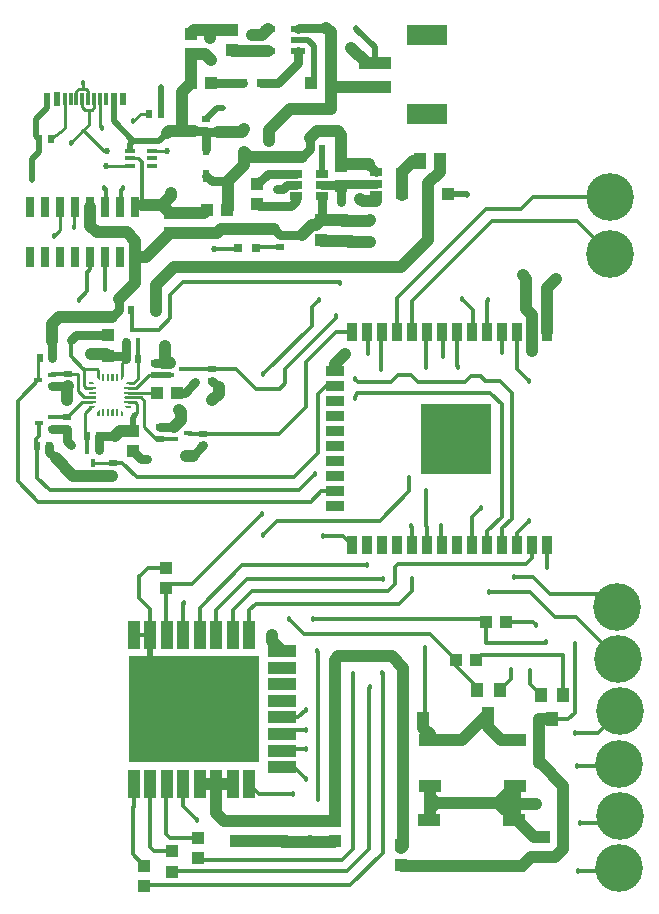
<source format=gbr>
G04 EAGLE Gerber RS-274X export*
G75*
%MOMM*%
%FSLAX34Y34*%
%LPD*%
%INTop Copper*%
%IPPOS*%
%AMOC8*
5,1,8,0,0,1.08239X$1,22.5*%
G01*
%ADD10R,1.016000X1.143000*%
%ADD11R,0.650000X0.460000*%
%ADD12R,0.900000X0.800000*%
%ADD13R,1.200000X0.550000*%
%ADD14R,0.900000X1.500000*%
%ADD15R,1.500000X0.900000*%
%ADD16R,6.000000X6.000000*%
%ADD17R,0.700000X0.600000*%
%ADD18R,0.600000X0.700000*%
%ADD19R,0.460000X0.650000*%
%ADD20R,1.000000X1.100000*%
%ADD21R,1.100000X1.000000*%
%ADD22R,1.900000X1.000000*%
%ADD23R,1.000000X1.350000*%
%ADD24R,1.060000X0.650000*%
%ADD25R,3.499994X1.799997*%
%ADD26R,2.699994X0.999997*%
%ADD27R,2.450000X1.000000*%
%ADD28R,1.000000X2.450000*%
%ADD29R,11.000000X9.000000*%
%ADD30C,4.032000*%
%ADD31R,0.300000X1.140000*%
%ADD32R,0.500000X1.140000*%
%ADD33R,0.500000X1.150000*%
%ADD34R,0.500000X1.050000*%
%ADD35R,0.850000X0.400000*%
%ADD36R,0.700000X1.800000*%
%ADD37R,0.800000X0.800000*%
%ADD38R,0.200000X0.100000*%
%ADD39R,0.100000X0.200000*%
%ADD40R,0.100000X0.100000*%
%ADD41C,0.254000*%
%ADD42C,0.508000*%
%ADD43C,0.457200*%
%ADD44C,0.349250*%
%ADD45C,1.016000*%
%ADD46C,0.762000*%
%ADD47C,0.525000*%
%ADD48C,0.152400*%

G36*
X90700Y444496D02*
X90700Y444496D01*
X90701Y444496D01*
X90892Y444534D01*
X90893Y444535D01*
X90894Y444535D01*
X91056Y444643D01*
X91056Y444644D01*
X91057Y444644D01*
X91165Y444806D01*
X91165Y444807D01*
X91166Y444808D01*
X91166Y444810D01*
X91167Y444810D01*
X91166Y444810D01*
X91167Y444814D01*
X91168Y444818D01*
X91169Y444822D01*
X91169Y444823D01*
X91170Y444827D01*
X91171Y444831D01*
X91172Y444835D01*
X91181Y444882D01*
X91182Y444886D01*
X91183Y444890D01*
X91183Y444891D01*
X91183Y444895D01*
X91184Y444899D01*
X91185Y444903D01*
X91186Y444907D01*
X91186Y444908D01*
X91187Y444912D01*
X91188Y444916D01*
X91196Y444958D01*
X91196Y444959D01*
X91197Y444963D01*
X91198Y444967D01*
X91199Y444971D01*
X91199Y444975D01*
X91199Y444976D01*
X91200Y444980D01*
X91201Y444984D01*
X91202Y444988D01*
X91203Y444992D01*
X91203Y444993D01*
X91204Y444997D01*
X91204Y444999D01*
X91204Y445000D01*
X91204Y450000D01*
X91204Y450001D01*
X91166Y450192D01*
X91165Y450193D01*
X91165Y450194D01*
X91057Y450356D01*
X91056Y450356D01*
X91056Y450357D01*
X90894Y450465D01*
X90893Y450465D01*
X90892Y450466D01*
X90701Y450504D01*
X90700Y450504D01*
X89700Y450504D01*
X89699Y450504D01*
X89508Y450466D01*
X89507Y450465D01*
X89506Y450465D01*
X89344Y450357D01*
X89344Y450356D01*
X89343Y450356D01*
X89235Y450194D01*
X89235Y450193D01*
X89234Y450192D01*
X89230Y450170D01*
X89229Y450170D01*
X89230Y450170D01*
X89229Y450166D01*
X89228Y450162D01*
X89227Y450157D01*
X89226Y450153D01*
X89225Y450149D01*
X89224Y450145D01*
X89224Y450140D01*
X89223Y450136D01*
X89214Y450094D01*
X89213Y450089D01*
X89213Y450085D01*
X89212Y450081D01*
X89211Y450077D01*
X89210Y450072D01*
X89209Y450068D01*
X89208Y450064D01*
X89208Y450060D01*
X89207Y450055D01*
X89198Y450013D01*
X89197Y450009D01*
X89197Y450004D01*
X89196Y450001D01*
X89196Y450000D01*
X89196Y445000D01*
X89196Y444999D01*
X89234Y444808D01*
X89235Y444807D01*
X89235Y444806D01*
X89343Y444644D01*
X89344Y444644D01*
X89344Y444643D01*
X89506Y444535D01*
X89507Y444535D01*
X89508Y444534D01*
X89699Y444496D01*
X89700Y444496D01*
X90700Y444496D01*
X90700Y444496D01*
G37*
G36*
X94700Y444496D02*
X94700Y444496D01*
X94701Y444496D01*
X94892Y444534D01*
X94893Y444535D01*
X94894Y444535D01*
X95056Y444643D01*
X95056Y444644D01*
X95057Y444644D01*
X95165Y444806D01*
X95165Y444807D01*
X95166Y444808D01*
X95166Y444810D01*
X95167Y444810D01*
X95166Y444810D01*
X95167Y444814D01*
X95168Y444818D01*
X95169Y444822D01*
X95169Y444823D01*
X95170Y444827D01*
X95171Y444831D01*
X95172Y444835D01*
X95181Y444882D01*
X95182Y444886D01*
X95183Y444890D01*
X95183Y444891D01*
X95183Y444895D01*
X95184Y444899D01*
X95185Y444903D01*
X95186Y444907D01*
X95186Y444908D01*
X95187Y444912D01*
X95188Y444916D01*
X95196Y444958D01*
X95196Y444959D01*
X95197Y444963D01*
X95198Y444967D01*
X95199Y444971D01*
X95199Y444975D01*
X95199Y444976D01*
X95200Y444980D01*
X95201Y444984D01*
X95202Y444988D01*
X95203Y444992D01*
X95203Y444993D01*
X95204Y444997D01*
X95204Y444999D01*
X95204Y445000D01*
X95204Y450000D01*
X95204Y450001D01*
X95166Y450192D01*
X95165Y450193D01*
X95165Y450194D01*
X95057Y450356D01*
X95056Y450356D01*
X95056Y450357D01*
X94894Y450465D01*
X94893Y450465D01*
X94892Y450466D01*
X94701Y450504D01*
X94700Y450504D01*
X93700Y450504D01*
X93699Y450504D01*
X93508Y450466D01*
X93507Y450465D01*
X93506Y450465D01*
X93344Y450357D01*
X93344Y450356D01*
X93343Y450356D01*
X93235Y450194D01*
X93235Y450193D01*
X93234Y450192D01*
X93230Y450170D01*
X93229Y450170D01*
X93230Y450170D01*
X93229Y450166D01*
X93228Y450162D01*
X93227Y450157D01*
X93226Y450153D01*
X93225Y450149D01*
X93224Y450145D01*
X93224Y450140D01*
X93223Y450136D01*
X93214Y450094D01*
X93213Y450089D01*
X93213Y450085D01*
X93212Y450081D01*
X93211Y450077D01*
X93210Y450072D01*
X93209Y450068D01*
X93208Y450064D01*
X93208Y450060D01*
X93207Y450055D01*
X93198Y450013D01*
X93197Y450009D01*
X93197Y450004D01*
X93196Y450001D01*
X93196Y450000D01*
X93196Y445000D01*
X93196Y444999D01*
X93234Y444808D01*
X93235Y444807D01*
X93235Y444806D01*
X93343Y444644D01*
X93344Y444644D01*
X93344Y444643D01*
X93506Y444535D01*
X93507Y444535D01*
X93508Y444534D01*
X93699Y444496D01*
X93700Y444496D01*
X94700Y444496D01*
X94700Y444496D01*
G37*
G36*
X86700Y444496D02*
X86700Y444496D01*
X86701Y444496D01*
X86892Y444534D01*
X86893Y444535D01*
X86894Y444535D01*
X87056Y444643D01*
X87056Y444644D01*
X87057Y444644D01*
X87165Y444806D01*
X87165Y444807D01*
X87166Y444808D01*
X87166Y444810D01*
X87167Y444810D01*
X87166Y444810D01*
X87167Y444814D01*
X87168Y444818D01*
X87169Y444822D01*
X87169Y444823D01*
X87170Y444827D01*
X87171Y444831D01*
X87172Y444835D01*
X87181Y444882D01*
X87182Y444886D01*
X87183Y444890D01*
X87183Y444891D01*
X87183Y444895D01*
X87184Y444899D01*
X87185Y444903D01*
X87186Y444907D01*
X87186Y444908D01*
X87187Y444912D01*
X87188Y444916D01*
X87196Y444958D01*
X87196Y444959D01*
X87197Y444963D01*
X87198Y444967D01*
X87199Y444971D01*
X87199Y444975D01*
X87199Y444976D01*
X87200Y444980D01*
X87201Y444984D01*
X87202Y444988D01*
X87203Y444992D01*
X87203Y444993D01*
X87204Y444997D01*
X87204Y444999D01*
X87204Y445000D01*
X87204Y450000D01*
X87204Y450001D01*
X87166Y450192D01*
X87165Y450193D01*
X87165Y450194D01*
X87057Y450356D01*
X87056Y450356D01*
X87056Y450357D01*
X86894Y450465D01*
X86893Y450465D01*
X86892Y450466D01*
X86701Y450504D01*
X86700Y450504D01*
X85700Y450504D01*
X85699Y450504D01*
X85508Y450466D01*
X85507Y450465D01*
X85506Y450465D01*
X85344Y450357D01*
X85344Y450356D01*
X85343Y450356D01*
X85235Y450194D01*
X85235Y450193D01*
X85234Y450192D01*
X85230Y450170D01*
X85229Y450170D01*
X85230Y450170D01*
X85229Y450166D01*
X85228Y450162D01*
X85227Y450157D01*
X85226Y450153D01*
X85225Y450149D01*
X85224Y450145D01*
X85224Y450140D01*
X85223Y450136D01*
X85214Y450094D01*
X85213Y450089D01*
X85213Y450085D01*
X85212Y450081D01*
X85211Y450077D01*
X85210Y450072D01*
X85209Y450068D01*
X85208Y450064D01*
X85208Y450060D01*
X85207Y450055D01*
X85198Y450013D01*
X85197Y450009D01*
X85197Y450004D01*
X85196Y450001D01*
X85196Y450000D01*
X85196Y445000D01*
X85196Y444999D01*
X85234Y444808D01*
X85235Y444807D01*
X85235Y444806D01*
X85343Y444644D01*
X85344Y444644D01*
X85344Y444643D01*
X85506Y444535D01*
X85507Y444535D01*
X85508Y444534D01*
X85699Y444496D01*
X85700Y444496D01*
X86700Y444496D01*
X86700Y444496D01*
G37*
G36*
X98700Y444496D02*
X98700Y444496D01*
X98701Y444496D01*
X98892Y444534D01*
X98893Y444535D01*
X98894Y444535D01*
X99056Y444643D01*
X99056Y444644D01*
X99057Y444644D01*
X99165Y444806D01*
X99165Y444807D01*
X99166Y444808D01*
X99166Y444810D01*
X99167Y444810D01*
X99166Y444810D01*
X99167Y444814D01*
X99168Y444818D01*
X99169Y444822D01*
X99169Y444823D01*
X99170Y444827D01*
X99171Y444831D01*
X99172Y444835D01*
X99181Y444882D01*
X99182Y444886D01*
X99183Y444890D01*
X99183Y444891D01*
X99183Y444895D01*
X99184Y444899D01*
X99185Y444903D01*
X99186Y444907D01*
X99186Y444908D01*
X99187Y444912D01*
X99188Y444916D01*
X99196Y444958D01*
X99196Y444959D01*
X99197Y444963D01*
X99198Y444967D01*
X99199Y444971D01*
X99199Y444975D01*
X99199Y444976D01*
X99200Y444980D01*
X99201Y444984D01*
X99202Y444988D01*
X99203Y444992D01*
X99203Y444993D01*
X99204Y444997D01*
X99204Y444999D01*
X99204Y445000D01*
X99204Y450000D01*
X99204Y450001D01*
X99166Y450192D01*
X99165Y450193D01*
X99165Y450194D01*
X99057Y450356D01*
X99056Y450356D01*
X99056Y450357D01*
X98894Y450465D01*
X98893Y450465D01*
X98892Y450466D01*
X98701Y450504D01*
X98700Y450504D01*
X97700Y450504D01*
X97699Y450504D01*
X97508Y450466D01*
X97507Y450465D01*
X97506Y450465D01*
X97344Y450357D01*
X97344Y450356D01*
X97343Y450356D01*
X97235Y450194D01*
X97235Y450193D01*
X97234Y450192D01*
X97230Y450170D01*
X97229Y450170D01*
X97230Y450170D01*
X97229Y450166D01*
X97228Y450162D01*
X97227Y450157D01*
X97226Y450153D01*
X97225Y450149D01*
X97224Y450145D01*
X97224Y450140D01*
X97223Y450136D01*
X97214Y450094D01*
X97213Y450089D01*
X97213Y450085D01*
X97212Y450081D01*
X97211Y450077D01*
X97210Y450072D01*
X97209Y450068D01*
X97208Y450064D01*
X97208Y450060D01*
X97207Y450055D01*
X97198Y450013D01*
X97197Y450009D01*
X97197Y450004D01*
X97196Y450001D01*
X97196Y450000D01*
X97196Y445000D01*
X97196Y444999D01*
X97234Y444808D01*
X97235Y444807D01*
X97235Y444806D01*
X97343Y444644D01*
X97344Y444644D01*
X97344Y444643D01*
X97506Y444535D01*
X97507Y444535D01*
X97508Y444534D01*
X97699Y444496D01*
X97700Y444496D01*
X98700Y444496D01*
X98700Y444496D01*
G37*
G36*
X94700Y414496D02*
X94700Y414496D01*
X94701Y414496D01*
X94892Y414534D01*
X94893Y414535D01*
X94894Y414535D01*
X95056Y414643D01*
X95056Y414644D01*
X95057Y414644D01*
X95165Y414806D01*
X95165Y414807D01*
X95166Y414808D01*
X95166Y414810D01*
X95167Y414810D01*
X95166Y414810D01*
X95167Y414814D01*
X95168Y414818D01*
X95169Y414822D01*
X95169Y414823D01*
X95170Y414827D01*
X95171Y414831D01*
X95172Y414835D01*
X95181Y414882D01*
X95182Y414886D01*
X95183Y414890D01*
X95183Y414891D01*
X95183Y414895D01*
X95184Y414899D01*
X95185Y414903D01*
X95186Y414907D01*
X95186Y414908D01*
X95187Y414912D01*
X95188Y414916D01*
X95196Y414958D01*
X95196Y414959D01*
X95197Y414963D01*
X95198Y414967D01*
X95199Y414971D01*
X95199Y414975D01*
X95199Y414976D01*
X95200Y414980D01*
X95201Y414984D01*
X95202Y414988D01*
X95203Y414992D01*
X95203Y414993D01*
X95204Y414997D01*
X95204Y414999D01*
X95204Y415000D01*
X95204Y420000D01*
X95204Y420001D01*
X95166Y420192D01*
X95165Y420193D01*
X95165Y420194D01*
X95057Y420356D01*
X95056Y420356D01*
X95056Y420357D01*
X94894Y420465D01*
X94893Y420465D01*
X94892Y420466D01*
X94701Y420504D01*
X94700Y420504D01*
X93700Y420504D01*
X93699Y420504D01*
X93508Y420466D01*
X93507Y420465D01*
X93506Y420465D01*
X93344Y420357D01*
X93344Y420356D01*
X93343Y420356D01*
X93235Y420194D01*
X93235Y420193D01*
X93234Y420192D01*
X93230Y420170D01*
X93229Y420170D01*
X93230Y420170D01*
X93229Y420166D01*
X93228Y420162D01*
X93227Y420157D01*
X93226Y420153D01*
X93225Y420149D01*
X93224Y420145D01*
X93224Y420140D01*
X93223Y420136D01*
X93214Y420094D01*
X93213Y420089D01*
X93213Y420085D01*
X93212Y420081D01*
X93211Y420077D01*
X93210Y420072D01*
X93209Y420068D01*
X93208Y420064D01*
X93208Y420060D01*
X93207Y420055D01*
X93198Y420013D01*
X93197Y420009D01*
X93197Y420004D01*
X93196Y420001D01*
X93196Y420000D01*
X93196Y415000D01*
X93196Y414999D01*
X93234Y414808D01*
X93235Y414807D01*
X93235Y414806D01*
X93343Y414644D01*
X93344Y414644D01*
X93344Y414643D01*
X93506Y414535D01*
X93507Y414535D01*
X93508Y414534D01*
X93699Y414496D01*
X93700Y414496D01*
X94700Y414496D01*
X94700Y414496D01*
G37*
G36*
X90700Y414496D02*
X90700Y414496D01*
X90701Y414496D01*
X90892Y414534D01*
X90893Y414535D01*
X90894Y414535D01*
X91056Y414643D01*
X91056Y414644D01*
X91057Y414644D01*
X91165Y414806D01*
X91165Y414807D01*
X91166Y414808D01*
X91166Y414810D01*
X91167Y414810D01*
X91166Y414810D01*
X91167Y414814D01*
X91168Y414818D01*
X91169Y414822D01*
X91169Y414823D01*
X91170Y414827D01*
X91171Y414831D01*
X91172Y414835D01*
X91181Y414882D01*
X91182Y414886D01*
X91183Y414890D01*
X91183Y414891D01*
X91183Y414895D01*
X91184Y414899D01*
X91185Y414903D01*
X91186Y414907D01*
X91186Y414908D01*
X91187Y414912D01*
X91188Y414916D01*
X91196Y414958D01*
X91196Y414959D01*
X91197Y414963D01*
X91198Y414967D01*
X91199Y414971D01*
X91199Y414975D01*
X91199Y414976D01*
X91200Y414980D01*
X91201Y414984D01*
X91202Y414988D01*
X91203Y414992D01*
X91203Y414993D01*
X91204Y414997D01*
X91204Y414999D01*
X91204Y415000D01*
X91204Y420000D01*
X91204Y420001D01*
X91166Y420192D01*
X91165Y420193D01*
X91165Y420194D01*
X91057Y420356D01*
X91056Y420356D01*
X91056Y420357D01*
X90894Y420465D01*
X90893Y420465D01*
X90892Y420466D01*
X90701Y420504D01*
X90700Y420504D01*
X89700Y420504D01*
X89699Y420504D01*
X89508Y420466D01*
X89507Y420465D01*
X89506Y420465D01*
X89344Y420357D01*
X89344Y420356D01*
X89343Y420356D01*
X89235Y420194D01*
X89235Y420193D01*
X89234Y420192D01*
X89230Y420170D01*
X89229Y420170D01*
X89230Y420170D01*
X89229Y420166D01*
X89228Y420162D01*
X89227Y420157D01*
X89226Y420153D01*
X89225Y420149D01*
X89224Y420145D01*
X89224Y420140D01*
X89223Y420136D01*
X89214Y420094D01*
X89213Y420089D01*
X89213Y420085D01*
X89212Y420081D01*
X89211Y420077D01*
X89210Y420072D01*
X89209Y420068D01*
X89208Y420064D01*
X89208Y420060D01*
X89207Y420055D01*
X89198Y420013D01*
X89197Y420009D01*
X89197Y420004D01*
X89196Y420001D01*
X89196Y420000D01*
X89196Y415000D01*
X89196Y414999D01*
X89234Y414808D01*
X89235Y414807D01*
X89235Y414806D01*
X89343Y414644D01*
X89344Y414644D01*
X89344Y414643D01*
X89506Y414535D01*
X89507Y414535D01*
X89508Y414534D01*
X89699Y414496D01*
X89700Y414496D01*
X90700Y414496D01*
X90700Y414496D01*
G37*
G36*
X98700Y414496D02*
X98700Y414496D01*
X98701Y414496D01*
X98892Y414534D01*
X98893Y414535D01*
X98894Y414535D01*
X99056Y414643D01*
X99056Y414644D01*
X99057Y414644D01*
X99165Y414806D01*
X99165Y414807D01*
X99166Y414808D01*
X99166Y414810D01*
X99167Y414810D01*
X99166Y414810D01*
X99167Y414814D01*
X99168Y414818D01*
X99169Y414822D01*
X99169Y414823D01*
X99170Y414827D01*
X99171Y414831D01*
X99172Y414835D01*
X99181Y414882D01*
X99182Y414886D01*
X99183Y414890D01*
X99183Y414891D01*
X99183Y414895D01*
X99184Y414899D01*
X99185Y414903D01*
X99186Y414907D01*
X99186Y414908D01*
X99187Y414912D01*
X99188Y414916D01*
X99196Y414958D01*
X99196Y414959D01*
X99197Y414963D01*
X99198Y414967D01*
X99199Y414971D01*
X99199Y414975D01*
X99199Y414976D01*
X99200Y414980D01*
X99201Y414984D01*
X99202Y414988D01*
X99203Y414992D01*
X99203Y414993D01*
X99204Y414997D01*
X99204Y414999D01*
X99204Y415000D01*
X99204Y420000D01*
X99204Y420001D01*
X99166Y420192D01*
X99165Y420193D01*
X99165Y420194D01*
X99057Y420356D01*
X99056Y420356D01*
X99056Y420357D01*
X98894Y420465D01*
X98893Y420465D01*
X98892Y420466D01*
X98701Y420504D01*
X98700Y420504D01*
X97700Y420504D01*
X97699Y420504D01*
X97508Y420466D01*
X97507Y420465D01*
X97506Y420465D01*
X97344Y420357D01*
X97344Y420356D01*
X97343Y420356D01*
X97235Y420194D01*
X97235Y420193D01*
X97234Y420192D01*
X97230Y420170D01*
X97229Y420170D01*
X97230Y420170D01*
X97229Y420166D01*
X97228Y420162D01*
X97227Y420157D01*
X97226Y420153D01*
X97225Y420149D01*
X97224Y420145D01*
X97224Y420140D01*
X97223Y420136D01*
X97214Y420094D01*
X97213Y420089D01*
X97213Y420085D01*
X97212Y420081D01*
X97211Y420077D01*
X97210Y420072D01*
X97209Y420068D01*
X97208Y420064D01*
X97208Y420060D01*
X97207Y420055D01*
X97198Y420013D01*
X97197Y420009D01*
X97197Y420004D01*
X97196Y420001D01*
X97196Y420000D01*
X97196Y415000D01*
X97196Y414999D01*
X97234Y414808D01*
X97235Y414807D01*
X97235Y414806D01*
X97343Y414644D01*
X97344Y414644D01*
X97344Y414643D01*
X97506Y414535D01*
X97507Y414535D01*
X97508Y414534D01*
X97699Y414496D01*
X97700Y414496D01*
X98700Y414496D01*
X98700Y414496D01*
G37*
G36*
X86700Y414496D02*
X86700Y414496D01*
X86701Y414496D01*
X86892Y414534D01*
X86893Y414535D01*
X86894Y414535D01*
X87056Y414643D01*
X87056Y414644D01*
X87057Y414644D01*
X87165Y414806D01*
X87165Y414807D01*
X87166Y414808D01*
X87166Y414810D01*
X87167Y414810D01*
X87166Y414810D01*
X87167Y414814D01*
X87168Y414818D01*
X87169Y414822D01*
X87169Y414823D01*
X87170Y414827D01*
X87171Y414831D01*
X87172Y414835D01*
X87181Y414882D01*
X87182Y414886D01*
X87183Y414890D01*
X87183Y414891D01*
X87183Y414895D01*
X87184Y414899D01*
X87185Y414903D01*
X87186Y414907D01*
X87186Y414908D01*
X87187Y414912D01*
X87188Y414916D01*
X87196Y414958D01*
X87196Y414959D01*
X87197Y414963D01*
X87198Y414967D01*
X87199Y414971D01*
X87199Y414975D01*
X87199Y414976D01*
X87200Y414980D01*
X87201Y414984D01*
X87202Y414988D01*
X87203Y414992D01*
X87203Y414993D01*
X87204Y414997D01*
X87204Y414999D01*
X87204Y415000D01*
X87204Y420000D01*
X87204Y420001D01*
X87166Y420192D01*
X87165Y420193D01*
X87165Y420194D01*
X87057Y420356D01*
X87056Y420356D01*
X87056Y420357D01*
X86894Y420465D01*
X86893Y420465D01*
X86892Y420466D01*
X86701Y420504D01*
X86700Y420504D01*
X85700Y420504D01*
X85699Y420504D01*
X85508Y420466D01*
X85507Y420465D01*
X85506Y420465D01*
X85344Y420357D01*
X85344Y420356D01*
X85343Y420356D01*
X85235Y420194D01*
X85235Y420193D01*
X85234Y420192D01*
X85230Y420170D01*
X85229Y420170D01*
X85230Y420170D01*
X85229Y420166D01*
X85228Y420162D01*
X85227Y420157D01*
X85226Y420153D01*
X85225Y420149D01*
X85224Y420145D01*
X85224Y420140D01*
X85223Y420136D01*
X85214Y420094D01*
X85213Y420089D01*
X85213Y420085D01*
X85212Y420081D01*
X85211Y420077D01*
X85210Y420072D01*
X85209Y420068D01*
X85208Y420064D01*
X85208Y420060D01*
X85207Y420055D01*
X85198Y420013D01*
X85197Y420009D01*
X85197Y420004D01*
X85196Y420001D01*
X85196Y420000D01*
X85196Y415000D01*
X85196Y414999D01*
X85234Y414808D01*
X85235Y414807D01*
X85235Y414806D01*
X85343Y414644D01*
X85344Y414644D01*
X85344Y414643D01*
X85506Y414535D01*
X85507Y414535D01*
X85508Y414534D01*
X85699Y414496D01*
X85700Y414496D01*
X86700Y414496D01*
X86700Y414496D01*
G37*
G36*
X109700Y437496D02*
X109700Y437496D01*
X109701Y437496D01*
X109892Y437534D01*
X109893Y437535D01*
X109894Y437535D01*
X110056Y437643D01*
X110056Y437644D01*
X110057Y437644D01*
X110165Y437806D01*
X110165Y437807D01*
X110166Y437808D01*
X110166Y437810D01*
X110167Y437810D01*
X110166Y437810D01*
X110167Y437814D01*
X110168Y437818D01*
X110169Y437822D01*
X110169Y437823D01*
X110170Y437827D01*
X110171Y437831D01*
X110172Y437835D01*
X110181Y437882D01*
X110182Y437886D01*
X110183Y437890D01*
X110183Y437891D01*
X110183Y437895D01*
X110184Y437899D01*
X110185Y437903D01*
X110186Y437907D01*
X110186Y437908D01*
X110187Y437912D01*
X110188Y437916D01*
X110196Y437958D01*
X110196Y437959D01*
X110197Y437963D01*
X110198Y437967D01*
X110199Y437971D01*
X110199Y437975D01*
X110199Y437976D01*
X110200Y437980D01*
X110201Y437984D01*
X110202Y437988D01*
X110203Y437992D01*
X110203Y437993D01*
X110204Y437997D01*
X110204Y437999D01*
X110204Y438000D01*
X110204Y439000D01*
X110204Y439001D01*
X110166Y439192D01*
X110165Y439193D01*
X110165Y439194D01*
X110057Y439356D01*
X110056Y439356D01*
X110056Y439357D01*
X109894Y439465D01*
X109893Y439465D01*
X109892Y439466D01*
X109701Y439504D01*
X109700Y439504D01*
X104700Y439504D01*
X104699Y439504D01*
X104508Y439466D01*
X104507Y439465D01*
X104506Y439465D01*
X104344Y439357D01*
X104344Y439356D01*
X104343Y439356D01*
X104235Y439194D01*
X104235Y439193D01*
X104234Y439192D01*
X104233Y439188D01*
X104232Y439184D01*
X104231Y439179D01*
X104231Y439175D01*
X104230Y439175D01*
X104231Y439175D01*
X104230Y439171D01*
X104229Y439167D01*
X104228Y439162D01*
X104227Y439158D01*
X104226Y439154D01*
X104218Y439111D01*
X104217Y439107D01*
X104216Y439103D01*
X104215Y439099D01*
X104214Y439094D01*
X104214Y439090D01*
X104213Y439086D01*
X104212Y439082D01*
X104211Y439077D01*
X104210Y439073D01*
X104202Y439031D01*
X104201Y439026D01*
X104200Y439022D01*
X104199Y439018D01*
X104198Y439014D01*
X104198Y439009D01*
X104197Y439005D01*
X104196Y439001D01*
X104196Y439000D01*
X104196Y438000D01*
X104196Y437999D01*
X104234Y437808D01*
X104235Y437807D01*
X104235Y437806D01*
X104343Y437644D01*
X104344Y437644D01*
X104344Y437643D01*
X104506Y437535D01*
X104507Y437535D01*
X104508Y437534D01*
X104699Y437496D01*
X104700Y437496D01*
X109700Y437496D01*
X109700Y437496D01*
G37*
G36*
X79700Y437496D02*
X79700Y437496D01*
X79701Y437496D01*
X79892Y437534D01*
X79893Y437535D01*
X79894Y437535D01*
X80056Y437643D01*
X80056Y437644D01*
X80057Y437644D01*
X80165Y437806D01*
X80165Y437807D01*
X80166Y437808D01*
X80166Y437810D01*
X80167Y437810D01*
X80166Y437810D01*
X80167Y437814D01*
X80168Y437818D01*
X80169Y437822D01*
X80169Y437823D01*
X80170Y437827D01*
X80171Y437831D01*
X80172Y437835D01*
X80181Y437882D01*
X80182Y437886D01*
X80183Y437890D01*
X80183Y437891D01*
X80183Y437895D01*
X80184Y437899D01*
X80185Y437903D01*
X80186Y437907D01*
X80186Y437908D01*
X80187Y437912D01*
X80188Y437916D01*
X80196Y437958D01*
X80196Y437959D01*
X80197Y437963D01*
X80198Y437967D01*
X80199Y437971D01*
X80199Y437975D01*
X80199Y437976D01*
X80200Y437980D01*
X80201Y437984D01*
X80202Y437988D01*
X80203Y437992D01*
X80203Y437993D01*
X80204Y437997D01*
X80204Y437999D01*
X80204Y438000D01*
X80204Y439000D01*
X80204Y439001D01*
X80166Y439192D01*
X80165Y439193D01*
X80165Y439194D01*
X80057Y439356D01*
X80056Y439356D01*
X80056Y439357D01*
X79894Y439465D01*
X79893Y439465D01*
X79892Y439466D01*
X79701Y439504D01*
X79700Y439504D01*
X74700Y439504D01*
X74699Y439504D01*
X74508Y439466D01*
X74507Y439465D01*
X74506Y439465D01*
X74344Y439357D01*
X74344Y439356D01*
X74343Y439356D01*
X74235Y439194D01*
X74235Y439193D01*
X74234Y439192D01*
X74233Y439188D01*
X74232Y439184D01*
X74231Y439179D01*
X74231Y439175D01*
X74230Y439175D01*
X74231Y439175D01*
X74230Y439171D01*
X74229Y439167D01*
X74228Y439162D01*
X74227Y439158D01*
X74226Y439154D01*
X74218Y439111D01*
X74217Y439107D01*
X74216Y439103D01*
X74215Y439099D01*
X74214Y439094D01*
X74214Y439090D01*
X74213Y439086D01*
X74212Y439082D01*
X74211Y439077D01*
X74210Y439073D01*
X74202Y439031D01*
X74201Y439026D01*
X74200Y439022D01*
X74199Y439018D01*
X74198Y439014D01*
X74198Y439009D01*
X74197Y439005D01*
X74196Y439001D01*
X74196Y439000D01*
X74196Y438000D01*
X74196Y437999D01*
X74234Y437808D01*
X74235Y437807D01*
X74235Y437806D01*
X74343Y437644D01*
X74344Y437644D01*
X74344Y437643D01*
X74506Y437535D01*
X74507Y437535D01*
X74508Y437534D01*
X74699Y437496D01*
X74700Y437496D01*
X79700Y437496D01*
X79700Y437496D01*
G37*
G36*
X109700Y433496D02*
X109700Y433496D01*
X109701Y433496D01*
X109892Y433534D01*
X109893Y433535D01*
X109894Y433535D01*
X110056Y433643D01*
X110056Y433644D01*
X110057Y433644D01*
X110165Y433806D01*
X110165Y433807D01*
X110166Y433808D01*
X110166Y433810D01*
X110167Y433810D01*
X110166Y433810D01*
X110167Y433814D01*
X110168Y433818D01*
X110169Y433822D01*
X110169Y433823D01*
X110170Y433827D01*
X110171Y433831D01*
X110172Y433835D01*
X110181Y433882D01*
X110182Y433886D01*
X110183Y433890D01*
X110183Y433891D01*
X110183Y433895D01*
X110184Y433899D01*
X110185Y433903D01*
X110186Y433907D01*
X110186Y433908D01*
X110187Y433912D01*
X110188Y433916D01*
X110196Y433958D01*
X110196Y433959D01*
X110197Y433963D01*
X110198Y433967D01*
X110199Y433971D01*
X110199Y433975D01*
X110199Y433976D01*
X110200Y433980D01*
X110201Y433984D01*
X110202Y433988D01*
X110203Y433992D01*
X110203Y433993D01*
X110204Y433997D01*
X110204Y433999D01*
X110204Y434000D01*
X110204Y435000D01*
X110204Y435001D01*
X110166Y435192D01*
X110165Y435193D01*
X110165Y435194D01*
X110057Y435356D01*
X110056Y435356D01*
X110056Y435357D01*
X109894Y435465D01*
X109893Y435465D01*
X109892Y435466D01*
X109701Y435504D01*
X109700Y435504D01*
X104700Y435504D01*
X104699Y435504D01*
X104508Y435466D01*
X104507Y435465D01*
X104506Y435465D01*
X104344Y435357D01*
X104344Y435356D01*
X104343Y435356D01*
X104235Y435194D01*
X104235Y435193D01*
X104234Y435192D01*
X104233Y435188D01*
X104232Y435184D01*
X104231Y435179D01*
X104231Y435175D01*
X104230Y435175D01*
X104231Y435175D01*
X104230Y435171D01*
X104229Y435167D01*
X104228Y435162D01*
X104227Y435158D01*
X104226Y435154D01*
X104218Y435111D01*
X104217Y435107D01*
X104216Y435103D01*
X104215Y435099D01*
X104214Y435094D01*
X104214Y435090D01*
X104213Y435086D01*
X104212Y435082D01*
X104211Y435077D01*
X104210Y435073D01*
X104202Y435031D01*
X104201Y435026D01*
X104200Y435022D01*
X104199Y435018D01*
X104198Y435014D01*
X104198Y435009D01*
X104197Y435005D01*
X104196Y435001D01*
X104196Y435000D01*
X104196Y434000D01*
X104196Y433999D01*
X104234Y433808D01*
X104235Y433807D01*
X104235Y433806D01*
X104343Y433644D01*
X104344Y433644D01*
X104344Y433643D01*
X104506Y433535D01*
X104507Y433535D01*
X104508Y433534D01*
X104699Y433496D01*
X104700Y433496D01*
X109700Y433496D01*
X109700Y433496D01*
G37*
G36*
X79700Y433496D02*
X79700Y433496D01*
X79701Y433496D01*
X79892Y433534D01*
X79893Y433535D01*
X79894Y433535D01*
X80056Y433643D01*
X80056Y433644D01*
X80057Y433644D01*
X80165Y433806D01*
X80165Y433807D01*
X80166Y433808D01*
X80166Y433810D01*
X80167Y433810D01*
X80166Y433810D01*
X80167Y433814D01*
X80168Y433818D01*
X80169Y433822D01*
X80169Y433823D01*
X80170Y433827D01*
X80171Y433831D01*
X80172Y433835D01*
X80181Y433882D01*
X80182Y433886D01*
X80183Y433890D01*
X80183Y433891D01*
X80183Y433895D01*
X80184Y433899D01*
X80185Y433903D01*
X80186Y433907D01*
X80186Y433908D01*
X80187Y433912D01*
X80188Y433916D01*
X80196Y433958D01*
X80196Y433959D01*
X80197Y433963D01*
X80198Y433967D01*
X80199Y433971D01*
X80199Y433975D01*
X80199Y433976D01*
X80200Y433980D01*
X80201Y433984D01*
X80202Y433988D01*
X80203Y433992D01*
X80203Y433993D01*
X80204Y433997D01*
X80204Y433999D01*
X80204Y434000D01*
X80204Y435000D01*
X80204Y435001D01*
X80166Y435192D01*
X80165Y435193D01*
X80165Y435194D01*
X80057Y435356D01*
X80056Y435356D01*
X80056Y435357D01*
X79894Y435465D01*
X79893Y435465D01*
X79892Y435466D01*
X79701Y435504D01*
X79700Y435504D01*
X74700Y435504D01*
X74699Y435504D01*
X74508Y435466D01*
X74507Y435465D01*
X74506Y435465D01*
X74344Y435357D01*
X74344Y435356D01*
X74343Y435356D01*
X74235Y435194D01*
X74235Y435193D01*
X74234Y435192D01*
X74233Y435188D01*
X74232Y435184D01*
X74231Y435179D01*
X74231Y435175D01*
X74230Y435175D01*
X74231Y435175D01*
X74230Y435171D01*
X74229Y435167D01*
X74228Y435162D01*
X74227Y435158D01*
X74226Y435154D01*
X74218Y435111D01*
X74217Y435107D01*
X74216Y435103D01*
X74215Y435099D01*
X74214Y435094D01*
X74214Y435090D01*
X74213Y435086D01*
X74212Y435082D01*
X74211Y435077D01*
X74210Y435073D01*
X74202Y435031D01*
X74201Y435026D01*
X74200Y435022D01*
X74199Y435018D01*
X74198Y435014D01*
X74198Y435009D01*
X74197Y435005D01*
X74196Y435001D01*
X74196Y435000D01*
X74196Y434000D01*
X74196Y433999D01*
X74234Y433808D01*
X74235Y433807D01*
X74235Y433806D01*
X74343Y433644D01*
X74344Y433644D01*
X74344Y433643D01*
X74506Y433535D01*
X74507Y433535D01*
X74508Y433534D01*
X74699Y433496D01*
X74700Y433496D01*
X79700Y433496D01*
X79700Y433496D01*
G37*
G36*
X109700Y429496D02*
X109700Y429496D01*
X109701Y429496D01*
X109892Y429534D01*
X109893Y429535D01*
X109894Y429535D01*
X110056Y429643D01*
X110056Y429644D01*
X110057Y429644D01*
X110165Y429806D01*
X110165Y429807D01*
X110166Y429808D01*
X110166Y429810D01*
X110167Y429810D01*
X110166Y429810D01*
X110167Y429814D01*
X110168Y429818D01*
X110169Y429822D01*
X110169Y429823D01*
X110170Y429827D01*
X110171Y429831D01*
X110172Y429835D01*
X110181Y429882D01*
X110182Y429886D01*
X110183Y429890D01*
X110183Y429891D01*
X110183Y429895D01*
X110184Y429899D01*
X110185Y429903D01*
X110186Y429907D01*
X110186Y429908D01*
X110187Y429912D01*
X110188Y429916D01*
X110196Y429958D01*
X110196Y429959D01*
X110197Y429963D01*
X110198Y429967D01*
X110199Y429971D01*
X110199Y429975D01*
X110199Y429976D01*
X110200Y429980D01*
X110201Y429984D01*
X110202Y429988D01*
X110203Y429992D01*
X110203Y429993D01*
X110204Y429997D01*
X110204Y429999D01*
X110204Y430000D01*
X110204Y431000D01*
X110204Y431001D01*
X110166Y431192D01*
X110165Y431193D01*
X110165Y431194D01*
X110057Y431356D01*
X110056Y431356D01*
X110056Y431357D01*
X109894Y431465D01*
X109893Y431465D01*
X109892Y431466D01*
X109701Y431504D01*
X109700Y431504D01*
X104700Y431504D01*
X104699Y431504D01*
X104508Y431466D01*
X104507Y431465D01*
X104506Y431465D01*
X104344Y431357D01*
X104344Y431356D01*
X104343Y431356D01*
X104235Y431194D01*
X104235Y431193D01*
X104234Y431192D01*
X104233Y431188D01*
X104232Y431184D01*
X104231Y431179D01*
X104231Y431175D01*
X104230Y431175D01*
X104231Y431175D01*
X104230Y431171D01*
X104229Y431167D01*
X104228Y431162D01*
X104227Y431158D01*
X104226Y431154D01*
X104218Y431111D01*
X104217Y431107D01*
X104216Y431103D01*
X104215Y431099D01*
X104214Y431094D01*
X104214Y431090D01*
X104213Y431086D01*
X104212Y431082D01*
X104211Y431077D01*
X104210Y431073D01*
X104202Y431031D01*
X104201Y431026D01*
X104200Y431022D01*
X104199Y431018D01*
X104198Y431014D01*
X104198Y431009D01*
X104197Y431005D01*
X104196Y431001D01*
X104196Y431000D01*
X104196Y430000D01*
X104196Y429999D01*
X104234Y429808D01*
X104235Y429807D01*
X104235Y429806D01*
X104343Y429644D01*
X104344Y429644D01*
X104344Y429643D01*
X104506Y429535D01*
X104507Y429535D01*
X104508Y429534D01*
X104699Y429496D01*
X104700Y429496D01*
X109700Y429496D01*
X109700Y429496D01*
G37*
G36*
X79700Y429496D02*
X79700Y429496D01*
X79701Y429496D01*
X79892Y429534D01*
X79893Y429535D01*
X79894Y429535D01*
X80056Y429643D01*
X80056Y429644D01*
X80057Y429644D01*
X80165Y429806D01*
X80165Y429807D01*
X80166Y429808D01*
X80166Y429810D01*
X80167Y429810D01*
X80166Y429810D01*
X80167Y429814D01*
X80168Y429818D01*
X80169Y429822D01*
X80169Y429823D01*
X80170Y429827D01*
X80171Y429831D01*
X80172Y429835D01*
X80181Y429882D01*
X80182Y429886D01*
X80183Y429890D01*
X80183Y429891D01*
X80183Y429895D01*
X80184Y429899D01*
X80185Y429903D01*
X80186Y429907D01*
X80186Y429908D01*
X80187Y429912D01*
X80188Y429916D01*
X80196Y429958D01*
X80196Y429959D01*
X80197Y429963D01*
X80198Y429967D01*
X80199Y429971D01*
X80199Y429975D01*
X80199Y429976D01*
X80200Y429980D01*
X80201Y429984D01*
X80202Y429988D01*
X80203Y429992D01*
X80203Y429993D01*
X80204Y429997D01*
X80204Y429999D01*
X80204Y430000D01*
X80204Y431000D01*
X80204Y431001D01*
X80166Y431192D01*
X80165Y431193D01*
X80165Y431194D01*
X80057Y431356D01*
X80056Y431356D01*
X80056Y431357D01*
X79894Y431465D01*
X79893Y431465D01*
X79892Y431466D01*
X79701Y431504D01*
X79700Y431504D01*
X74700Y431504D01*
X74699Y431504D01*
X74508Y431466D01*
X74507Y431465D01*
X74506Y431465D01*
X74344Y431357D01*
X74344Y431356D01*
X74343Y431356D01*
X74235Y431194D01*
X74235Y431193D01*
X74234Y431192D01*
X74233Y431188D01*
X74232Y431184D01*
X74231Y431179D01*
X74231Y431175D01*
X74230Y431175D01*
X74231Y431175D01*
X74230Y431171D01*
X74229Y431167D01*
X74228Y431162D01*
X74227Y431158D01*
X74226Y431154D01*
X74218Y431111D01*
X74217Y431107D01*
X74216Y431103D01*
X74215Y431099D01*
X74214Y431094D01*
X74214Y431090D01*
X74213Y431086D01*
X74212Y431082D01*
X74211Y431077D01*
X74210Y431073D01*
X74202Y431031D01*
X74201Y431026D01*
X74200Y431022D01*
X74199Y431018D01*
X74198Y431014D01*
X74198Y431009D01*
X74197Y431005D01*
X74196Y431001D01*
X74196Y431000D01*
X74196Y430000D01*
X74196Y429999D01*
X74234Y429808D01*
X74235Y429807D01*
X74235Y429806D01*
X74343Y429644D01*
X74344Y429644D01*
X74344Y429643D01*
X74506Y429535D01*
X74507Y429535D01*
X74508Y429534D01*
X74699Y429496D01*
X74700Y429496D01*
X79700Y429496D01*
X79700Y429496D01*
G37*
G36*
X109700Y425496D02*
X109700Y425496D01*
X109701Y425496D01*
X109892Y425534D01*
X109893Y425535D01*
X109894Y425535D01*
X110056Y425643D01*
X110056Y425644D01*
X110057Y425644D01*
X110165Y425806D01*
X110165Y425807D01*
X110166Y425808D01*
X110166Y425810D01*
X110167Y425810D01*
X110166Y425810D01*
X110167Y425814D01*
X110168Y425818D01*
X110169Y425822D01*
X110169Y425823D01*
X110170Y425827D01*
X110171Y425831D01*
X110172Y425835D01*
X110181Y425882D01*
X110182Y425886D01*
X110183Y425890D01*
X110183Y425891D01*
X110183Y425895D01*
X110184Y425899D01*
X110185Y425903D01*
X110186Y425907D01*
X110186Y425908D01*
X110187Y425912D01*
X110188Y425916D01*
X110196Y425958D01*
X110196Y425959D01*
X110197Y425963D01*
X110198Y425967D01*
X110199Y425971D01*
X110199Y425975D01*
X110199Y425976D01*
X110200Y425980D01*
X110201Y425984D01*
X110202Y425988D01*
X110203Y425992D01*
X110203Y425993D01*
X110204Y425997D01*
X110204Y425999D01*
X110204Y426000D01*
X110204Y427000D01*
X110204Y427001D01*
X110166Y427192D01*
X110165Y427193D01*
X110165Y427194D01*
X110057Y427356D01*
X110056Y427356D01*
X110056Y427357D01*
X109894Y427465D01*
X109893Y427465D01*
X109892Y427466D01*
X109701Y427504D01*
X109700Y427504D01*
X104700Y427504D01*
X104699Y427504D01*
X104508Y427466D01*
X104507Y427465D01*
X104506Y427465D01*
X104344Y427357D01*
X104344Y427356D01*
X104343Y427356D01*
X104235Y427194D01*
X104235Y427193D01*
X104234Y427192D01*
X104233Y427188D01*
X104232Y427184D01*
X104231Y427179D01*
X104231Y427175D01*
X104230Y427175D01*
X104231Y427175D01*
X104230Y427171D01*
X104229Y427167D01*
X104228Y427162D01*
X104227Y427158D01*
X104226Y427154D01*
X104218Y427111D01*
X104217Y427107D01*
X104216Y427103D01*
X104215Y427099D01*
X104214Y427094D01*
X104214Y427090D01*
X104213Y427086D01*
X104212Y427082D01*
X104211Y427077D01*
X104210Y427073D01*
X104202Y427031D01*
X104201Y427026D01*
X104200Y427022D01*
X104199Y427018D01*
X104198Y427014D01*
X104198Y427009D01*
X104197Y427005D01*
X104196Y427001D01*
X104196Y427000D01*
X104196Y426000D01*
X104196Y425999D01*
X104234Y425808D01*
X104235Y425807D01*
X104235Y425806D01*
X104343Y425644D01*
X104344Y425644D01*
X104344Y425643D01*
X104506Y425535D01*
X104507Y425535D01*
X104508Y425534D01*
X104699Y425496D01*
X104700Y425496D01*
X109700Y425496D01*
X109700Y425496D01*
G37*
G36*
X79700Y425496D02*
X79700Y425496D01*
X79701Y425496D01*
X79892Y425534D01*
X79893Y425535D01*
X79894Y425535D01*
X80056Y425643D01*
X80056Y425644D01*
X80057Y425644D01*
X80165Y425806D01*
X80165Y425807D01*
X80166Y425808D01*
X80166Y425810D01*
X80167Y425810D01*
X80166Y425810D01*
X80167Y425814D01*
X80168Y425818D01*
X80169Y425822D01*
X80169Y425823D01*
X80170Y425827D01*
X80171Y425831D01*
X80172Y425835D01*
X80181Y425882D01*
X80182Y425886D01*
X80183Y425890D01*
X80183Y425891D01*
X80183Y425895D01*
X80184Y425899D01*
X80185Y425903D01*
X80186Y425907D01*
X80186Y425908D01*
X80187Y425912D01*
X80188Y425916D01*
X80196Y425958D01*
X80196Y425959D01*
X80197Y425963D01*
X80198Y425967D01*
X80199Y425971D01*
X80199Y425975D01*
X80199Y425976D01*
X80200Y425980D01*
X80201Y425984D01*
X80202Y425988D01*
X80203Y425992D01*
X80203Y425993D01*
X80204Y425997D01*
X80204Y425999D01*
X80204Y426000D01*
X80204Y427000D01*
X80204Y427001D01*
X80166Y427192D01*
X80165Y427193D01*
X80165Y427194D01*
X80057Y427356D01*
X80056Y427356D01*
X80056Y427357D01*
X79894Y427465D01*
X79893Y427465D01*
X79892Y427466D01*
X79701Y427504D01*
X79700Y427504D01*
X74700Y427504D01*
X74699Y427504D01*
X74508Y427466D01*
X74507Y427465D01*
X74506Y427465D01*
X74344Y427357D01*
X74344Y427356D01*
X74343Y427356D01*
X74235Y427194D01*
X74235Y427193D01*
X74234Y427192D01*
X74233Y427188D01*
X74232Y427184D01*
X74231Y427179D01*
X74231Y427175D01*
X74230Y427175D01*
X74231Y427175D01*
X74230Y427171D01*
X74229Y427167D01*
X74228Y427162D01*
X74227Y427158D01*
X74226Y427154D01*
X74218Y427111D01*
X74217Y427107D01*
X74216Y427103D01*
X74215Y427099D01*
X74214Y427094D01*
X74214Y427090D01*
X74213Y427086D01*
X74212Y427082D01*
X74211Y427077D01*
X74210Y427073D01*
X74202Y427031D01*
X74201Y427026D01*
X74200Y427022D01*
X74199Y427018D01*
X74198Y427014D01*
X74198Y427009D01*
X74197Y427005D01*
X74196Y427001D01*
X74196Y427000D01*
X74196Y426000D01*
X74196Y425999D01*
X74234Y425808D01*
X74235Y425807D01*
X74235Y425806D01*
X74343Y425644D01*
X74344Y425644D01*
X74344Y425643D01*
X74506Y425535D01*
X74507Y425535D01*
X74508Y425534D01*
X74699Y425496D01*
X74700Y425496D01*
X79700Y425496D01*
X79700Y425496D01*
G37*
G36*
X82700Y414496D02*
X82700Y414496D01*
X82701Y414496D01*
X82892Y414534D01*
X82893Y414535D01*
X82894Y414535D01*
X83056Y414643D01*
X83056Y414644D01*
X83057Y414644D01*
X83165Y414806D01*
X83165Y414807D01*
X83166Y414808D01*
X83166Y414810D01*
X83167Y414810D01*
X83166Y414810D01*
X83167Y414814D01*
X83168Y414818D01*
X83169Y414822D01*
X83169Y414823D01*
X83170Y414827D01*
X83171Y414831D01*
X83172Y414835D01*
X83181Y414882D01*
X83182Y414886D01*
X83183Y414890D01*
X83183Y414891D01*
X83183Y414895D01*
X83184Y414899D01*
X83185Y414903D01*
X83186Y414907D01*
X83186Y414908D01*
X83187Y414912D01*
X83188Y414916D01*
X83196Y414958D01*
X83196Y414959D01*
X83197Y414963D01*
X83198Y414967D01*
X83199Y414971D01*
X83199Y414975D01*
X83199Y414976D01*
X83200Y414980D01*
X83201Y414984D01*
X83202Y414988D01*
X83203Y414992D01*
X83203Y414993D01*
X83204Y414997D01*
X83204Y414999D01*
X83204Y415000D01*
X83204Y420000D01*
X83203Y420001D01*
X83203Y420003D01*
X83202Y420003D01*
X83201Y420004D01*
X83200Y420004D01*
X83199Y420003D01*
X83197Y420003D01*
X81197Y418003D01*
X81197Y418001D01*
X81196Y418000D01*
X81196Y415000D01*
X81196Y414999D01*
X81234Y414808D01*
X81235Y414807D01*
X81235Y414806D01*
X81343Y414644D01*
X81344Y414644D01*
X81344Y414643D01*
X81506Y414535D01*
X81507Y414535D01*
X81508Y414534D01*
X81699Y414496D01*
X81700Y414496D01*
X82700Y414496D01*
X82700Y414496D01*
G37*
G36*
X101201Y444997D02*
X101201Y444997D01*
X101203Y444997D01*
X103203Y446997D01*
X103203Y446999D01*
X103204Y447000D01*
X103204Y450000D01*
X103204Y450001D01*
X103166Y450192D01*
X103165Y450193D01*
X103165Y450194D01*
X103057Y450356D01*
X103056Y450356D01*
X103056Y450357D01*
X102894Y450465D01*
X102893Y450465D01*
X102892Y450466D01*
X102701Y450504D01*
X102700Y450504D01*
X101700Y450504D01*
X101699Y450504D01*
X101508Y450466D01*
X101507Y450465D01*
X101506Y450465D01*
X101344Y450357D01*
X101344Y450356D01*
X101343Y450356D01*
X101235Y450194D01*
X101235Y450193D01*
X101234Y450192D01*
X101233Y450190D01*
X101233Y450186D01*
X101232Y450181D01*
X101231Y450177D01*
X101222Y450135D01*
X101222Y450130D01*
X101221Y450126D01*
X101220Y450122D01*
X101219Y450118D01*
X101218Y450113D01*
X101217Y450109D01*
X101217Y450105D01*
X101216Y450101D01*
X101215Y450096D01*
X101206Y450054D01*
X101206Y450050D01*
X101205Y450045D01*
X101204Y450041D01*
X101203Y450037D01*
X101202Y450033D01*
X101201Y450028D01*
X101200Y450024D01*
X101200Y450020D01*
X101196Y450001D01*
X101196Y450000D01*
X101196Y445000D01*
X101197Y444999D01*
X101197Y444997D01*
X101198Y444997D01*
X101199Y444996D01*
X101201Y444997D01*
G37*
G36*
X79701Y441497D02*
X79701Y441497D01*
X79703Y441497D01*
X79703Y441498D01*
X79704Y441499D01*
X79703Y441501D01*
X79703Y441503D01*
X77703Y443503D01*
X77701Y443503D01*
X77700Y443504D01*
X74700Y443504D01*
X74699Y443504D01*
X74508Y443466D01*
X74507Y443465D01*
X74506Y443465D01*
X74344Y443357D01*
X74344Y443356D01*
X74343Y443356D01*
X74235Y443194D01*
X74235Y443193D01*
X74234Y443192D01*
X74233Y443188D01*
X74232Y443184D01*
X74231Y443179D01*
X74231Y443175D01*
X74230Y443175D01*
X74231Y443175D01*
X74230Y443171D01*
X74229Y443167D01*
X74228Y443162D01*
X74227Y443158D01*
X74226Y443154D01*
X74218Y443111D01*
X74217Y443107D01*
X74216Y443103D01*
X74215Y443099D01*
X74214Y443094D01*
X74214Y443090D01*
X74213Y443086D01*
X74212Y443082D01*
X74211Y443077D01*
X74210Y443073D01*
X74202Y443031D01*
X74201Y443026D01*
X74200Y443022D01*
X74199Y443018D01*
X74198Y443014D01*
X74198Y443009D01*
X74197Y443005D01*
X74196Y443001D01*
X74196Y443000D01*
X74196Y442000D01*
X74196Y441999D01*
X74234Y441808D01*
X74235Y441807D01*
X74235Y441806D01*
X74343Y441644D01*
X74344Y441644D01*
X74344Y441643D01*
X74506Y441535D01*
X74507Y441535D01*
X74508Y441534D01*
X74699Y441496D01*
X74700Y441496D01*
X79700Y441496D01*
X79701Y441497D01*
G37*
G36*
X109700Y421496D02*
X109700Y421496D01*
X109701Y421496D01*
X109892Y421534D01*
X109893Y421535D01*
X109894Y421535D01*
X110056Y421643D01*
X110056Y421644D01*
X110057Y421644D01*
X110165Y421806D01*
X110165Y421807D01*
X110166Y421808D01*
X110166Y421810D01*
X110167Y421810D01*
X110166Y421810D01*
X110167Y421814D01*
X110168Y421818D01*
X110169Y421822D01*
X110169Y421823D01*
X110170Y421827D01*
X110171Y421831D01*
X110172Y421835D01*
X110181Y421882D01*
X110182Y421886D01*
X110183Y421890D01*
X110183Y421891D01*
X110183Y421895D01*
X110184Y421899D01*
X110185Y421903D01*
X110186Y421907D01*
X110186Y421908D01*
X110187Y421912D01*
X110188Y421916D01*
X110196Y421958D01*
X110196Y421959D01*
X110197Y421963D01*
X110198Y421967D01*
X110199Y421971D01*
X110199Y421975D01*
X110199Y421976D01*
X110200Y421980D01*
X110201Y421984D01*
X110202Y421988D01*
X110203Y421992D01*
X110203Y421993D01*
X110204Y421997D01*
X110204Y421999D01*
X110204Y422000D01*
X110204Y423000D01*
X110204Y423001D01*
X110166Y423192D01*
X110165Y423193D01*
X110165Y423194D01*
X110057Y423356D01*
X110056Y423356D01*
X110056Y423357D01*
X109894Y423465D01*
X109893Y423465D01*
X109892Y423466D01*
X109701Y423504D01*
X109700Y423504D01*
X104700Y423504D01*
X104699Y423503D01*
X104697Y423503D01*
X104697Y423502D01*
X104696Y423501D01*
X104697Y423499D01*
X104697Y423497D01*
X106697Y421497D01*
X106699Y421497D01*
X106700Y421496D01*
X109700Y421496D01*
X109700Y421496D01*
G37*
G36*
X77702Y421497D02*
X77702Y421497D01*
X77703Y421497D01*
X79703Y423497D01*
X79703Y423498D01*
X79704Y423499D01*
X79703Y423501D01*
X79703Y423503D01*
X79701Y423503D01*
X79700Y423504D01*
X74700Y423504D01*
X74699Y423504D01*
X74508Y423466D01*
X74507Y423465D01*
X74506Y423465D01*
X74344Y423357D01*
X74344Y423356D01*
X74343Y423356D01*
X74235Y423194D01*
X74235Y423193D01*
X74234Y423192D01*
X74196Y423001D01*
X74196Y423000D01*
X74196Y422000D01*
X74196Y421999D01*
X74234Y421808D01*
X74235Y421807D01*
X74235Y421806D01*
X74343Y421644D01*
X74344Y421644D01*
X74344Y421643D01*
X74506Y421535D01*
X74507Y421535D01*
X74508Y421534D01*
X74699Y421496D01*
X74700Y421496D01*
X77700Y421496D01*
X77702Y421497D01*
G37*
G36*
X83201Y444997D02*
X83201Y444997D01*
X83203Y444997D01*
X83203Y444999D01*
X83204Y445000D01*
X83204Y450000D01*
X83204Y450001D01*
X83166Y450192D01*
X83165Y450193D01*
X83165Y450194D01*
X83057Y450356D01*
X83056Y450356D01*
X83056Y450357D01*
X82894Y450465D01*
X82893Y450465D01*
X82892Y450466D01*
X82701Y450504D01*
X82700Y450504D01*
X81700Y450504D01*
X81699Y450504D01*
X81508Y450466D01*
X81507Y450465D01*
X81506Y450465D01*
X81344Y450357D01*
X81344Y450356D01*
X81343Y450356D01*
X81235Y450194D01*
X81235Y450193D01*
X81234Y450192D01*
X81196Y450001D01*
X81196Y450000D01*
X81196Y447000D01*
X81197Y446998D01*
X81197Y446997D01*
X83197Y444997D01*
X83198Y444997D01*
X83199Y444996D01*
X83201Y444997D01*
G37*
G36*
X109700Y441496D02*
X109700Y441496D01*
X109701Y441496D01*
X109892Y441534D01*
X109893Y441535D01*
X109894Y441535D01*
X110056Y441643D01*
X110056Y441644D01*
X110057Y441644D01*
X110165Y441806D01*
X110165Y441807D01*
X110166Y441808D01*
X110204Y441999D01*
X110204Y442000D01*
X110204Y443000D01*
X110204Y443001D01*
X110166Y443192D01*
X110165Y443193D01*
X110165Y443194D01*
X110057Y443356D01*
X110056Y443356D01*
X110056Y443357D01*
X109894Y443465D01*
X109893Y443465D01*
X109892Y443466D01*
X109701Y443504D01*
X109700Y443504D01*
X106700Y443504D01*
X106698Y443503D01*
X106697Y443503D01*
X104697Y441503D01*
X104697Y441502D01*
X104696Y441501D01*
X104697Y441499D01*
X104697Y441497D01*
X104699Y441497D01*
X104700Y441496D01*
X109700Y441496D01*
X109700Y441496D01*
G37*
G36*
X102700Y414496D02*
X102700Y414496D01*
X102701Y414496D01*
X102892Y414534D01*
X102893Y414535D01*
X102894Y414535D01*
X103056Y414643D01*
X103056Y414644D01*
X103057Y414644D01*
X103165Y414806D01*
X103165Y414807D01*
X103166Y414808D01*
X103204Y414999D01*
X103204Y415000D01*
X103204Y418000D01*
X103203Y418002D01*
X103203Y418003D01*
X101203Y420003D01*
X101202Y420003D01*
X101201Y420004D01*
X101199Y420003D01*
X101197Y420003D01*
X101197Y420001D01*
X101196Y420000D01*
X101196Y415000D01*
X101196Y414999D01*
X101234Y414808D01*
X101235Y414807D01*
X101235Y414806D01*
X101343Y414644D01*
X101344Y414644D01*
X101344Y414643D01*
X101506Y414535D01*
X101507Y414535D01*
X101508Y414534D01*
X101699Y414496D01*
X101700Y414496D01*
X102700Y414496D01*
X102700Y414496D01*
G37*
D10*
X412360Y162430D03*
X402860Y182750D03*
X421860Y182750D03*
D11*
X42926Y439924D03*
X42926Y449924D03*
X31426Y444924D03*
D12*
X205646Y657454D03*
X205646Y638454D03*
X226646Y647954D03*
D10*
X466208Y158366D03*
X456708Y178686D03*
X475708Y178686D03*
D13*
X251507Y723798D03*
X251507Y733298D03*
X251507Y742798D03*
X225505Y742798D03*
X225505Y723798D03*
D14*
X462238Y485722D03*
X449538Y485722D03*
X436838Y485722D03*
X424138Y485722D03*
X411438Y485722D03*
X398738Y485722D03*
X386038Y485722D03*
X373338Y485722D03*
X360638Y485722D03*
X347938Y485722D03*
X335238Y485722D03*
X322538Y485722D03*
X309838Y485722D03*
X297138Y485722D03*
D15*
X282238Y452872D03*
X282238Y440172D03*
X282238Y427472D03*
X282238Y414772D03*
X282238Y402072D03*
X282238Y389372D03*
X282238Y376672D03*
X282238Y363972D03*
X282238Y351272D03*
X282238Y338572D03*
D14*
X297138Y305722D03*
X309838Y305722D03*
X322538Y305722D03*
X335238Y305722D03*
X347938Y305722D03*
X360638Y305722D03*
X373338Y305722D03*
X386038Y305722D03*
X398738Y305722D03*
X411438Y305722D03*
X424138Y305722D03*
X436838Y305722D03*
X449538Y305722D03*
X462238Y305722D03*
D16*
X385238Y395722D03*
D17*
X56564Y450178D03*
X56564Y440178D03*
D18*
X32768Y463720D03*
X42768Y463720D03*
D11*
X146402Y405474D03*
X146402Y395474D03*
X157902Y400474D03*
D17*
X134034Y395728D03*
X134034Y405728D03*
X171118Y399886D03*
X171118Y389886D03*
D19*
X82900Y386328D03*
X72900Y386328D03*
X77900Y374828D03*
D18*
X72900Y398188D03*
X82900Y398188D03*
D17*
X94410Y374994D03*
X94410Y364994D03*
D11*
X43180Y403856D03*
X43180Y413856D03*
X31680Y408856D03*
D17*
X55294Y413856D03*
X55294Y403856D03*
D18*
X30482Y389044D03*
X40482Y389044D03*
D11*
X142592Y459576D03*
X142592Y449576D03*
X154092Y454576D03*
D17*
X130224Y449830D03*
X130224Y459830D03*
X178484Y454750D03*
X178484Y444750D03*
D19*
X105666Y477866D03*
X115666Y477866D03*
X110666Y489366D03*
D18*
X115666Y463466D03*
X105666Y463466D03*
X109824Y504360D03*
X99824Y504360D03*
D20*
X410346Y240538D03*
X427346Y240538D03*
X384692Y208026D03*
X401692Y208026D03*
D21*
X195326Y741290D03*
X195326Y724290D03*
D17*
X173482Y666162D03*
X173482Y656162D03*
X236384Y558188D03*
X236384Y568188D03*
D20*
X340360Y159382D03*
X357360Y159382D03*
D21*
X338706Y51308D03*
X338706Y34308D03*
D20*
X142494Y569858D03*
X142494Y586858D03*
X160274Y721496D03*
X160274Y738496D03*
D21*
X279264Y696976D03*
X262264Y696976D03*
D20*
X459362Y41148D03*
X459362Y58148D03*
D22*
X433900Y33462D03*
X433900Y72462D03*
X361900Y72462D03*
X361900Y33462D03*
X362644Y140274D03*
X362644Y101274D03*
X434644Y101274D03*
X434644Y140274D03*
D23*
X354212Y630936D03*
X371212Y630936D03*
D24*
X339168Y602132D03*
X339168Y621132D03*
X317168Y621132D03*
X317168Y611632D03*
X317168Y602132D03*
D21*
X361324Y602488D03*
X378324Y602488D03*
X191126Y589534D03*
X174126Y589534D03*
D20*
X293116Y580000D03*
X293116Y563000D03*
X270764Y580762D03*
X270764Y563762D03*
D24*
X271350Y600862D03*
X271350Y619862D03*
X249350Y619862D03*
X249350Y610362D03*
X249350Y600862D03*
X271350Y610362D03*
D18*
X261446Y640842D03*
X271446Y640842D03*
D20*
X216662Y611242D03*
X216662Y594242D03*
X287782Y626228D03*
X287782Y609228D03*
X177410Y696468D03*
X160410Y696468D03*
D25*
X360578Y737080D03*
X360578Y670080D03*
D26*
X316078Y713580D03*
X316078Y693580D03*
D27*
X238030Y131542D03*
X238030Y117542D03*
X238030Y145542D03*
X238030Y159542D03*
X238030Y173542D03*
X238030Y187542D03*
X238030Y201542D03*
X238030Y215542D03*
D28*
X210030Y103542D03*
X196030Y103542D03*
X182030Y103542D03*
X168030Y103542D03*
X154030Y103542D03*
X140030Y103542D03*
X210030Y229542D03*
X196030Y229542D03*
X182030Y229542D03*
X168030Y229542D03*
X154030Y229542D03*
X126030Y229542D03*
X140030Y229542D03*
X126030Y103542D03*
X112030Y103542D03*
X112030Y229542D03*
D29*
X163030Y166542D03*
D20*
X282180Y71862D03*
X282180Y54862D03*
X241554Y71492D03*
X241554Y54492D03*
X219964Y72000D03*
X219964Y55000D03*
D21*
X144297Y46092D03*
X144297Y29092D03*
X121158Y34154D03*
X121158Y17154D03*
X166878Y57268D03*
X166878Y40268D03*
X139192Y285868D03*
X139192Y268868D03*
D30*
X521208Y252984D03*
X521970Y208788D03*
X523748Y165100D03*
X523240Y120142D03*
X523494Y75946D03*
X522986Y31750D03*
X515366Y552196D03*
X515366Y600202D03*
D31*
X68620Y683014D03*
X73620Y683014D03*
X63620Y683014D03*
X58620Y683014D03*
X53620Y683014D03*
X78620Y683014D03*
X83620Y683014D03*
X88620Y683014D03*
D32*
X95120Y683014D03*
D33*
X47120Y683014D03*
D32*
X39120Y683014D03*
X103120Y683014D03*
D18*
X135302Y670560D03*
X125302Y670560D03*
X31830Y649478D03*
X41830Y649478D03*
D34*
X173533Y618337D03*
X173533Y641097D03*
D20*
X199136Y71898D03*
X199136Y54898D03*
D21*
X444636Y510438D03*
X461636Y510438D03*
D20*
X111150Y402505D03*
X111150Y385505D03*
X90627Y465972D03*
X90627Y482972D03*
D21*
X131505Y434645D03*
X148505Y434645D03*
D35*
X109216Y626468D03*
X109216Y639468D03*
X109216Y632968D03*
X127716Y626468D03*
X127716Y632968D03*
X127716Y639468D03*
D36*
X75450Y591700D03*
X62750Y591700D03*
X75450Y549700D03*
X62750Y549700D03*
X88150Y591700D03*
X50050Y591700D03*
X50050Y549700D03*
X88150Y549700D03*
X100850Y591700D03*
X100850Y549700D03*
X37350Y549700D03*
X37350Y591700D03*
X113550Y549700D03*
X113550Y591700D03*
X24650Y549700D03*
X24650Y591700D03*
D37*
X220020Y696600D03*
X205020Y696600D03*
X200400Y557000D03*
X215400Y557000D03*
D38*
X77200Y430500D03*
X77200Y426500D03*
D39*
X86200Y417500D03*
X90200Y417500D03*
X94200Y417500D03*
D38*
X107700Y426500D03*
X107200Y430500D03*
X107200Y434500D03*
X107200Y438500D03*
D39*
X98200Y417500D03*
X98200Y447500D03*
X94200Y447500D03*
X90200Y447500D03*
X86200Y447500D03*
D38*
X77200Y434500D03*
X77200Y438500D03*
D40*
X108200Y442500D03*
X102200Y448500D03*
X82200Y448500D03*
X76200Y442500D03*
X76200Y422500D03*
X82200Y416500D03*
X102200Y416500D03*
X108200Y422500D03*
D41*
X69772Y440098D02*
X69772Y454830D01*
D42*
X315644Y610108D02*
X317168Y611632D01*
D43*
X58928Y478790D03*
D44*
X58928Y465328D01*
X69426Y454830D02*
X69772Y454830D01*
X69426Y454830D02*
X58928Y465328D01*
X210030Y103542D02*
X218608Y94964D01*
X247142Y94964D01*
D43*
X247142Y94964D03*
D44*
X282180Y54862D02*
X282064Y54746D01*
X116332Y261112D02*
X116332Y277876D01*
X116840Y278384D01*
D43*
X116840Y278384D03*
D44*
X124324Y285868D02*
X139192Y285868D01*
X124324Y285868D02*
X116840Y278384D01*
D43*
X154432Y256540D03*
D44*
X118872Y593098D02*
X118872Y630174D01*
X116454Y632592D01*
D45*
X177038Y741290D02*
X195326Y741290D01*
X176784Y741544D02*
X163322Y741544D01*
X160274Y738496D01*
X176784Y741544D02*
X177038Y741290D01*
X177038Y735212D01*
D43*
X177038Y735212D03*
D42*
X251507Y733298D02*
X259588Y733298D01*
X264414Y728472D01*
X264414Y713994D01*
D43*
X264414Y713994D03*
D42*
X264414Y699126D01*
X262264Y696976D01*
X316078Y713580D02*
X316078Y727042D01*
X300736Y742384D01*
X300736Y742950D01*
D43*
X300736Y742950D03*
D42*
X182706Y675386D02*
X173482Y666162D01*
X182706Y675386D02*
X187706Y675386D01*
D43*
X187706Y675386D03*
D42*
X378324Y602488D02*
X393954Y602488D01*
X394208Y602234D01*
D43*
X394208Y602234D03*
D46*
X288916Y610362D02*
X287782Y609228D01*
X290186Y611632D02*
X317168Y611632D01*
X288916Y610362D02*
X271350Y610362D01*
X288916Y610362D02*
X290186Y611632D01*
X287782Y609228D02*
X287782Y596510D01*
X287528Y596256D01*
D43*
X287528Y596256D03*
X311912Y561848D03*
D45*
X171450Y586858D02*
X142494Y586858D01*
X171450Y586858D02*
X174126Y589534D01*
X142494Y586858D02*
X136254Y593098D01*
X144018Y600862D01*
X144018Y604012D01*
D43*
X144018Y604012D03*
D45*
X229108Y224464D02*
X238030Y215542D01*
X229108Y224464D02*
X229108Y229616D01*
D43*
X229108Y229616D03*
D44*
X462238Y287232D02*
X462238Y305722D01*
X462238Y287232D02*
X462026Y287020D01*
D43*
X462026Y287020D03*
D45*
X436412Y72462D02*
X433900Y72462D01*
X436412Y72462D02*
X450726Y58148D01*
X459362Y58148D01*
X434644Y73206D02*
X433900Y72462D01*
X434644Y73478D02*
X434644Y89916D01*
X434644Y101274D01*
X362644Y73206D02*
X361900Y72462D01*
X434644Y89916D02*
X437946Y86614D01*
X453136Y86614D01*
D43*
X453136Y86614D03*
D45*
X316078Y713580D02*
X309278Y713580D01*
X296418Y726440D01*
D43*
X296418Y726440D03*
D45*
X362644Y101274D02*
X362644Y82228D01*
X420746Y87376D02*
X434644Y101274D01*
X420746Y87376D02*
X367792Y87376D01*
X362644Y92524D01*
X362644Y101274D01*
X367792Y87376D02*
X362644Y82228D01*
X362644Y73206D01*
X420746Y87376D02*
X432104Y87376D01*
X434644Y89916D01*
X420746Y87376D02*
X434644Y73478D01*
X434644Y73206D01*
D46*
X282180Y54862D02*
X281846Y54862D01*
X281810Y54898D01*
X220472Y54492D02*
X219964Y55000D01*
X219202Y54238D01*
D45*
X294268Y561848D02*
X311912Y561848D01*
X294268Y561848D02*
X293116Y563000D01*
X271526Y563000D01*
X270764Y563762D01*
X290830Y467360D02*
X282238Y458768D01*
D43*
X290830Y467360D03*
D46*
X282238Y458768D02*
X282238Y452872D01*
D44*
X154432Y256540D02*
X154030Y256138D01*
X153924Y256032D01*
X154030Y256138D02*
X154030Y229542D01*
X126030Y251414D02*
X116332Y261112D01*
X126030Y251414D02*
X126030Y229542D01*
X112030Y229542D01*
D42*
X39120Y675390D02*
X39120Y683014D01*
X39120Y675390D02*
X29718Y665988D01*
X29718Y651590D01*
X31830Y649478D01*
X31830Y638382D01*
X26162Y632714D01*
D43*
X26162Y632714D03*
D42*
X26162Y614934D01*
D43*
X26162Y614934D03*
D42*
X135302Y670560D02*
X135302Y692832D01*
X135636Y693166D01*
D43*
X135636Y693166D03*
D45*
X199238Y55000D02*
X219964Y55000D01*
X199238Y55000D02*
X199136Y54898D01*
X219964Y55000D02*
X241046Y55000D01*
X241554Y54492D01*
X261146Y54492D01*
X261315Y54661D01*
D43*
X261315Y54661D03*
D45*
X281810Y54492D02*
X282180Y54862D01*
X281810Y54492D02*
X261146Y54492D01*
X462238Y485722D02*
X462238Y509836D01*
X461636Y510438D01*
X461636Y523206D01*
X469392Y530962D01*
D43*
X469392Y530962D03*
D46*
X118094Y378562D02*
X111150Y385505D01*
X118094Y378562D02*
X123139Y378562D01*
D43*
X123139Y378562D03*
D46*
X58928Y478790D02*
X63110Y482972D01*
X90627Y482972D01*
X148505Y434645D02*
X155245Y434645D01*
X164389Y443789D01*
D43*
X164389Y443789D03*
D41*
X116078Y632968D02*
X109216Y632968D01*
X116078Y632968D02*
X116454Y632592D01*
D45*
X118872Y593098D02*
X136254Y593098D01*
D42*
X114948Y593098D02*
X113550Y591700D01*
X114948Y593098D02*
X118872Y593098D01*
D44*
X199700Y556300D02*
X200400Y557000D01*
D47*
X180400Y556300D03*
D41*
X69772Y440098D02*
X71370Y438500D01*
X77200Y438500D01*
X82200Y448500D02*
X82200Y453600D01*
X80970Y454830D02*
X69426Y454830D01*
X80970Y454830D02*
X82200Y453600D01*
D44*
X200000Y556300D02*
X200400Y557000D01*
X200000Y556300D02*
X180400Y556300D01*
D48*
X364000Y416960D02*
X385238Y395722D01*
X364000Y416960D02*
X364000Y419100D01*
D47*
X364000Y419100D03*
X376700Y419200D03*
D48*
X388700Y419200D01*
X388900Y419000D01*
D47*
X388900Y419000D03*
X404700Y418900D03*
D48*
X404700Y413400D01*
X400600Y409300D01*
D47*
X400600Y409300D03*
X384200Y409100D03*
D48*
X371800Y409100D01*
X371300Y409600D01*
D47*
X371300Y409600D03*
X363900Y398900D03*
D48*
X378300Y398900D01*
X378600Y399200D01*
D47*
X378600Y399200D03*
X394000Y399400D03*
D48*
X405800Y399400D01*
X406000Y399200D01*
D47*
X406000Y399200D03*
X399500Y389300D03*
D48*
X387800Y389300D01*
X386600Y388100D01*
D47*
X386600Y388100D03*
X372900Y387900D03*
D48*
X365500Y380500D01*
X365500Y377600D01*
D47*
X365500Y377600D03*
X380100Y377100D03*
D48*
X380400Y376800D01*
X394500Y376800D01*
D47*
X394500Y376800D03*
X405900Y377400D03*
D42*
X126030Y229542D02*
X126030Y200870D01*
X126300Y200600D01*
D47*
X126300Y200600D03*
X149400Y197200D03*
D42*
X175400Y197200D01*
X176000Y196600D01*
D47*
X176000Y196600D03*
X195300Y195500D03*
D42*
X208400Y182400D01*
X208400Y176100D01*
D47*
X208400Y176100D03*
X188000Y176200D03*
D42*
X165300Y176200D01*
X163700Y174600D01*
D47*
X163700Y174600D03*
X142800Y174900D03*
D42*
X122900Y155000D01*
X127300Y150600D01*
D47*
X127300Y150600D03*
X159900Y153300D03*
D42*
X179300Y153300D01*
X179500Y153500D01*
D47*
X179500Y153500D03*
X203500Y154400D03*
D42*
X203500Y147100D01*
X191000Y134600D01*
D47*
X191000Y134600D03*
X172500Y137200D03*
D42*
X169300Y134000D01*
X148000Y134000D01*
D47*
X148000Y134000D03*
X122900Y131700D03*
D42*
X126300Y185800D02*
X126300Y200600D01*
X126300Y185800D02*
X124000Y183500D01*
D47*
X124000Y183500D03*
D45*
X270764Y580762D02*
X271096Y581094D01*
X270764Y580762D02*
X266376Y576374D01*
X262818Y576374D01*
D46*
X271350Y581348D02*
X271350Y600862D01*
X271350Y581348D02*
X270764Y580762D01*
D43*
X441682Y534006D03*
D45*
X449538Y470366D02*
X449072Y469900D01*
D43*
X449072Y469900D03*
D45*
X330708Y211328D02*
X284988Y211328D01*
X42588Y478620D02*
X42588Y492506D01*
X42588Y478620D02*
X42672Y478536D01*
D43*
X42672Y478536D03*
X45974Y378968D03*
D45*
X60960Y363982D01*
D43*
X156718Y381000D03*
X178816Y428498D03*
D45*
X271096Y581094D02*
X292022Y581094D01*
X293116Y580000D01*
X311268Y580000D01*
X311912Y580644D01*
D43*
X311912Y580644D03*
D45*
X330708Y211328D02*
X340360Y201676D01*
X340360Y159382D01*
X338706Y51308D02*
X338582Y49146D01*
X340360Y50924D02*
X340360Y159382D01*
X340360Y50924D02*
X338582Y49146D01*
D43*
X340360Y201676D03*
D45*
X241046Y72000D02*
X219964Y72000D01*
X241046Y72000D02*
X241554Y71492D01*
X178816Y428498D02*
X184150Y433832D01*
X184150Y439084D01*
X162232Y381000D02*
X156718Y381000D01*
X142494Y569858D02*
X182762Y569858D01*
X186182Y573278D02*
X231294Y573278D01*
X186182Y573278D02*
X182762Y569858D01*
X48684Y498602D02*
X42588Y492506D01*
X48684Y498602D02*
X93954Y498602D01*
X42768Y478440D02*
X42672Y478536D01*
X254632Y568188D02*
X262818Y576374D01*
X93398Y363982D02*
X60960Y363982D01*
X282180Y84623D02*
X282180Y71862D01*
X282180Y84623D02*
X282194Y84637D01*
X282194Y208534D01*
X284988Y211328D01*
X282180Y71862D02*
X241924Y71862D01*
X241554Y71492D01*
X182030Y103542D02*
X168030Y103542D01*
X182030Y103542D02*
X196030Y103542D01*
X182030Y103542D02*
X181522Y103034D01*
X181522Y78828D01*
D46*
X184150Y439084D02*
X178484Y444750D01*
X99712Y504472D02*
X99712Y513478D01*
X99712Y504472D02*
X99824Y504360D01*
X99712Y504360D01*
X93954Y498602D01*
X42768Y478440D02*
X42768Y463720D01*
X40482Y384460D02*
X45974Y378968D01*
X40482Y384460D02*
X40482Y389044D01*
X162232Y381000D02*
X171118Y389886D01*
X236384Y568188D02*
X231294Y573278D01*
X236384Y568188D02*
X254632Y568188D01*
X94410Y364994D02*
X93398Y363982D01*
D45*
X219964Y72000D02*
X219862Y71898D01*
X199136Y71898D01*
X188452Y71898D01*
X181522Y78828D01*
X444636Y531052D02*
X441682Y534006D01*
X444636Y531052D02*
X444636Y510438D01*
X444636Y505121D01*
X449538Y500219D02*
X449538Y485722D01*
X449538Y500219D02*
X444636Y505121D01*
X449538Y485722D02*
X449538Y470366D01*
X142494Y569858D02*
X122336Y549700D01*
X113550Y549700D01*
X113550Y527316D01*
X99712Y513478D01*
X113550Y549700D02*
X113550Y563150D01*
X106400Y570300D02*
X81100Y570300D01*
X75450Y575950D01*
X75450Y591700D01*
X106400Y570300D02*
X113550Y563150D01*
D42*
X133858Y647700D02*
X140716Y654558D01*
X133858Y647700D02*
X111760Y647700D01*
D45*
X140716Y654558D02*
X142208Y656050D01*
X153162Y656050D01*
X153162Y689220D01*
X160410Y696468D01*
X160410Y721360D01*
X160274Y721496D01*
D43*
X177546Y716534D03*
D45*
X172267Y721496D02*
X160274Y721496D01*
X172267Y721496D02*
X172521Y721242D01*
X172838Y721242D01*
X177546Y716534D01*
D43*
X212598Y737768D03*
D45*
X220475Y737768D01*
X225505Y742798D01*
D42*
X111760Y647700D02*
X95120Y664340D01*
X95120Y683014D01*
D45*
X153162Y656050D02*
X153384Y655828D01*
X163068Y655828D01*
X203512Y655320D02*
X205646Y657454D01*
X203512Y655320D02*
X183642Y655320D01*
D46*
X173148Y655828D02*
X163068Y655828D01*
X173148Y655828D02*
X173482Y656162D01*
X174324Y655320D02*
X183642Y655320D01*
X174324Y655320D02*
X173482Y656162D01*
X173533Y656111D01*
X173533Y641097D01*
D42*
X111760Y647700D02*
X109216Y645156D01*
X109216Y642112D01*
D44*
X109216Y639468D01*
D41*
X63620Y683014D02*
X63620Y689884D01*
X65752Y692016D01*
X68834Y692016D02*
X71488Y692016D01*
X68834Y692016D02*
X65752Y692016D01*
X71488Y692016D02*
X73620Y689884D01*
X73620Y683014D01*
X68834Y692016D02*
X68834Y696334D01*
D43*
X68834Y696334D03*
X61192Y574948D03*
D41*
X61192Y590142D01*
X62750Y591700D01*
X88932Y626468D02*
X109216Y626468D01*
X88932Y626468D02*
X88900Y626500D01*
D47*
X88900Y626500D03*
D41*
X68620Y676144D02*
X68620Y683014D01*
X68620Y676144D02*
X70752Y674012D01*
X74168Y674012D02*
X76488Y674012D01*
X74168Y674012D02*
X70752Y674012D01*
X76488Y674012D02*
X78620Y676144D01*
X78620Y683014D01*
D43*
X58674Y645922D03*
X44704Y566928D03*
D41*
X69326Y656574D02*
X74168Y661416D01*
X69326Y656574D02*
X58674Y645922D01*
X74168Y661416D02*
X74168Y674012D01*
X50050Y572274D02*
X44704Y566928D01*
X50050Y572274D02*
X50050Y591700D01*
X86600Y639300D02*
X69326Y656574D01*
X86600Y639300D02*
X89300Y639300D01*
D47*
X89300Y639300D03*
X140100Y639300D03*
D41*
X127884Y639300D01*
X127716Y639468D01*
D46*
X134034Y405728D02*
X146148Y405728D01*
X146402Y405474D01*
X56564Y440178D02*
X56310Y439924D01*
X42926Y439924D01*
D41*
X101870Y459670D02*
X105666Y463466D01*
D45*
X371212Y621656D02*
X371212Y630936D01*
X361324Y611768D02*
X361324Y602488D01*
X361324Y611768D02*
X371212Y621656D01*
X146304Y541020D02*
X130810Y525526D01*
X130810Y503428D01*
D43*
X130810Y503428D03*
X138938Y473710D03*
X76200Y467614D03*
X55880Y428752D03*
D45*
X55880Y439494D01*
X56310Y439924D01*
D43*
X59436Y389890D03*
X96012Y397764D03*
X150622Y419862D03*
D45*
X152146Y418338D01*
X152146Y411726D01*
X146148Y405728D01*
X361324Y563762D02*
X361324Y602488D01*
X338582Y541020D02*
X146304Y541020D01*
X338582Y541020D02*
X361324Y563762D01*
X142592Y459576D02*
X142338Y459830D01*
X136652Y459830D01*
X138938Y463230D02*
X142592Y459576D01*
X138938Y463230D02*
X138938Y473710D01*
D46*
X55294Y403856D02*
X43180Y403856D01*
X82900Y398188D02*
X82900Y386328D01*
X83324Y397764D02*
X96012Y397764D01*
X83324Y397764D02*
X82900Y398188D01*
X130224Y459830D02*
X136652Y459830D01*
X55294Y403856D02*
X55294Y394032D01*
X59436Y389890D01*
D45*
X96012Y397764D02*
X100753Y402505D01*
X111150Y402505D01*
D41*
X115214Y417373D02*
X115214Y424628D01*
X115214Y417373D02*
X113386Y415544D01*
D42*
X111150Y413309D01*
X111150Y402505D01*
D45*
X88985Y467614D02*
X76200Y467614D01*
X88985Y467614D02*
X90627Y465972D01*
D46*
X103160Y465972D01*
X105666Y463466D01*
X105666Y477866D01*
D41*
X113342Y426500D02*
X115214Y424628D01*
X113342Y426500D02*
X107700Y426500D01*
X102200Y448500D02*
X102200Y459340D01*
X101870Y459670D01*
D45*
X282660Y693580D02*
X316078Y693580D01*
X282660Y693580D02*
X279264Y696976D01*
X279264Y739784D01*
X275336Y743712D01*
X226646Y656922D02*
X226646Y647954D01*
X244348Y674624D02*
X279400Y674624D01*
X279400Y696840D01*
X279264Y696976D01*
X244348Y674624D02*
X226646Y656922D01*
D46*
X252421Y743712D02*
X275336Y743712D01*
X252421Y743712D02*
X251507Y742798D01*
D45*
X361710Y33652D02*
X361900Y33462D01*
X361710Y33652D02*
X339454Y33652D01*
X338706Y34308D01*
X433900Y33462D02*
X441008Y33462D01*
X448694Y41148D02*
X459362Y41148D01*
X448694Y41148D02*
X441008Y33462D01*
X459362Y41148D02*
X468884Y41148D01*
X475996Y48260D02*
X475996Y101600D01*
X456692Y120904D01*
X454914Y120904D01*
X455050Y158366D02*
X466208Y158366D01*
X455050Y158366D02*
X454914Y158230D01*
X475996Y48260D02*
X468884Y41148D01*
X454914Y120904D02*
X454914Y158230D01*
D43*
X447040Y444500D03*
D44*
X436838Y454702D01*
X436838Y485722D01*
D43*
X485394Y221488D03*
D44*
X480184Y158366D02*
X466208Y158366D01*
X480184Y158366D02*
X485394Y163576D01*
X485394Y221488D01*
D45*
X433900Y33462D02*
X361900Y33462D01*
D43*
X299498Y446278D03*
D44*
X424138Y319744D02*
X432054Y327660D01*
X432054Y434416D01*
X421970Y444500D01*
D43*
X103170Y608130D03*
D44*
X409702Y444500D02*
X421970Y444500D01*
X409702Y444500D02*
X405892Y448310D01*
X397510Y448310D02*
X392684Y443484D01*
X397510Y448310D02*
X405892Y448310D01*
X302292Y443484D02*
X299498Y446278D01*
X353060Y443484D02*
X392684Y443484D01*
X329692Y443484D02*
X302292Y443484D01*
X347218Y449326D02*
X353060Y443484D01*
X347218Y449326D02*
X335534Y449326D01*
X329692Y443484D01*
X103170Y608130D02*
X101150Y606110D01*
X424138Y319744D02*
X424138Y305722D01*
X101150Y589000D02*
X101150Y606110D01*
X100850Y589300D02*
X101150Y589000D01*
X100850Y589300D02*
X100850Y591700D01*
D43*
X299498Y430022D03*
D44*
X411438Y317038D02*
X423581Y329181D01*
X423581Y424754D01*
X413900Y434435D01*
X301017Y434435D01*
X299498Y430022D01*
X299498Y430022D01*
X299498Y430022D01*
D43*
X87114Y608152D03*
D44*
X88450Y606816D01*
X411438Y317038D02*
X411438Y305722D01*
X88450Y592000D02*
X88450Y606816D01*
X88450Y592000D02*
X88150Y591700D01*
D43*
X88039Y522323D03*
X263652Y243332D03*
D44*
X264160Y242824D01*
X408060Y242824D02*
X410346Y240538D01*
X408060Y242824D02*
X264160Y242824D01*
X410346Y240538D02*
X410346Y222504D01*
X460248Y222504D01*
X461518Y223774D01*
D43*
X461518Y223774D03*
X447548Y198628D03*
D44*
X447548Y187846D01*
X456708Y178686D01*
X88150Y522435D02*
X88150Y549700D01*
X88150Y522435D02*
X88039Y522323D01*
X73368Y537098D02*
X72860Y536590D01*
X72860Y520408D01*
X65532Y513080D01*
D43*
X65532Y513080D03*
X243840Y242570D03*
D44*
X256286Y230124D01*
X362594Y230124D01*
X384692Y208026D01*
X382465Y205799D01*
X384810Y203454D02*
X384810Y203200D01*
X402860Y185150D02*
X402860Y182750D01*
X402860Y185150D02*
X384810Y203200D01*
X384810Y203454D02*
X382465Y205799D01*
X75450Y539180D02*
X75450Y549700D01*
X75450Y539180D02*
X73368Y537098D01*
X144805Y29600D02*
X292490Y29600D01*
X144805Y29600D02*
X144297Y29092D01*
X292490Y29600D02*
X311404Y48514D01*
X311404Y184658D02*
X311912Y185166D01*
X311404Y184658D02*
X311404Y48514D01*
D43*
X311912Y185166D03*
X373696Y465774D03*
D44*
X373696Y485364D01*
X373338Y485722D01*
X121666Y17662D02*
X121158Y17154D01*
X121666Y17662D02*
X295538Y17662D01*
X323088Y45212D01*
X323088Y196980D01*
X322710Y197358D01*
D43*
X322710Y197358D03*
X359918Y456438D03*
D44*
X359918Y485002D01*
X360638Y485722D01*
X288680Y39252D02*
X167894Y39252D01*
X166878Y40268D01*
X297688Y195834D02*
X298196Y196342D01*
X297688Y195834D02*
X297688Y48260D01*
D43*
X298196Y196342D03*
X321594Y454946D03*
D44*
X297688Y48260D02*
X288680Y39252D01*
X321594Y454946D02*
X321594Y484778D01*
X322538Y485722D01*
X143120Y272796D02*
X139192Y268868D01*
X139192Y230380D01*
X140030Y229542D01*
X161798Y272796D02*
X220472Y331470D01*
D43*
X220472Y331470D03*
D44*
X161798Y272796D02*
X143120Y272796D01*
D43*
X221996Y450088D03*
D44*
X263144Y491236D01*
X263144Y506984D01*
X269240Y513080D01*
X398738Y485722D02*
X399288Y486272D01*
X399288Y504444D02*
X389890Y513842D01*
D43*
X389890Y513842D03*
X269240Y513080D03*
D44*
X399288Y504444D02*
X399288Y486272D01*
X168030Y252612D02*
X168030Y229542D01*
X309626Y288798D02*
X309880Y289052D01*
D43*
X309880Y289052D03*
X359664Y351282D03*
D44*
X359664Y322020D01*
X360638Y321046D01*
X360638Y305722D01*
X309626Y288798D02*
X204216Y288798D01*
X168030Y252612D01*
X182030Y250610D02*
X182030Y229542D01*
D43*
X322834Y276860D03*
X372322Y321978D03*
D44*
X372322Y306738D01*
X373338Y305722D01*
X322834Y276860D02*
X208280Y276860D01*
X182030Y250610D01*
X449538Y294344D02*
X449538Y305722D01*
X444500Y289306D02*
X336042Y289306D01*
X444500Y289306D02*
X449538Y294344D01*
X333470Y272454D02*
X327240Y266224D01*
X211868Y266224D01*
X196030Y250386D02*
X196030Y229542D01*
X196030Y250386D02*
X211868Y266224D01*
X333470Y286734D02*
X336042Y289306D01*
X333470Y286734D02*
X333470Y272454D01*
X347472Y276860D02*
X347472Y266654D01*
D43*
X347472Y276860D03*
X346922Y321978D03*
D44*
X347938Y320962D01*
X347938Y305722D01*
X210030Y250162D02*
X210030Y229542D01*
X336850Y256032D02*
X347472Y266654D01*
X215900Y256032D02*
X210030Y250162D01*
X215900Y256032D02*
X336850Y256032D01*
D41*
X31426Y444924D02*
X31426Y462378D01*
X32768Y463720D01*
D44*
X31426Y444924D02*
X16568Y430066D01*
X15508Y429006D01*
X13970Y359664D02*
X31496Y342138D01*
X271008Y351272D02*
X282238Y351272D01*
X261874Y342138D02*
X31496Y342138D01*
X261874Y342138D02*
X271008Y351272D01*
X13970Y359664D02*
X13970Y427468D01*
X15508Y429006D01*
X40894Y352044D02*
X252476Y352044D01*
X265938Y365506D01*
D43*
X265938Y365506D03*
X310134Y467868D03*
D44*
X310134Y485426D01*
X309838Y485722D01*
X31680Y408856D02*
X31680Y397694D01*
X29464Y395478D01*
X30482Y362456D02*
X40894Y352044D01*
X29464Y390062D02*
X29464Y395478D01*
X29464Y390062D02*
X30482Y389044D01*
X30482Y362456D01*
D41*
X77900Y374828D02*
X94410Y374994D01*
D44*
X102526Y374994D01*
X268224Y383540D02*
X268224Y433324D01*
X275072Y440172D01*
X282238Y440172D01*
X114554Y362966D02*
X102526Y374994D01*
X114554Y362966D02*
X247650Y362966D01*
X268224Y383540D01*
X158672Y399704D02*
X157902Y400474D01*
X158672Y399704D02*
X171118Y399886D01*
X235548Y399886D01*
X257810Y422148D01*
X257810Y460502D01*
X283030Y485722D01*
X297138Y485722D01*
D41*
X131505Y434645D02*
X131418Y434732D01*
X131186Y434500D02*
X107200Y434500D01*
X131186Y434500D02*
X131418Y434732D01*
D44*
X56564Y450178D02*
X43180Y450178D01*
X42926Y449924D01*
D41*
X64692Y450004D02*
X64692Y436034D01*
X64692Y450004D02*
X64518Y450178D01*
X56564Y450178D01*
X70226Y430500D02*
X77200Y430500D01*
X70226Y430500D02*
X64692Y436034D01*
D44*
X55294Y413856D02*
X43180Y413856D01*
D41*
X55294Y413856D02*
X56232Y414794D01*
X55294Y413856D02*
X67938Y426500D01*
X77200Y426500D01*
D44*
X72900Y398188D02*
X72900Y386328D01*
D41*
X70614Y399204D02*
X70614Y417255D01*
X71630Y398188D02*
X72900Y398188D01*
X71630Y398188D02*
X70614Y399204D01*
X70614Y417255D02*
X75859Y422500D01*
X76200Y422500D01*
D44*
X134034Y395728D02*
X146148Y395728D01*
X146402Y395474D01*
D41*
X120796Y427380D02*
X120796Y427682D01*
X120796Y427380D02*
X121080Y427096D01*
X121080Y405808D01*
X131160Y395728D01*
X134034Y395728D01*
X117978Y430500D02*
X107200Y430500D01*
X117978Y430500D02*
X120796Y427682D01*
D44*
X115666Y463466D02*
X115666Y477866D01*
D41*
X115666Y463466D02*
X115666Y446374D01*
X111792Y442500D02*
X108200Y442500D01*
X111792Y442500D02*
X115666Y446374D01*
X129794Y449400D02*
X130224Y449830D01*
X129794Y449400D02*
X125048Y449400D01*
X115024Y439376D01*
X114380Y438732D01*
D42*
X130478Y449576D02*
X142592Y449576D01*
X130478Y449576D02*
X130224Y449830D01*
D41*
X114380Y438732D02*
X114148Y438500D01*
X107200Y438500D01*
D44*
X154030Y103542D02*
X154030Y84222D01*
X165862Y72390D01*
D43*
X165862Y72390D03*
X345440Y362204D03*
D44*
X345440Y351028D01*
X320294Y325882D01*
D43*
X221234Y313944D03*
D44*
X233172Y325882D01*
X320294Y325882D01*
D43*
X386842Y455930D03*
D44*
X386038Y456734D01*
X386038Y485722D01*
D43*
X268224Y90424D03*
D44*
X268224Y215138D01*
X267716Y215646D01*
D43*
X267716Y215646D03*
D45*
X423340Y140274D02*
X434644Y140274D01*
X423340Y140274D02*
X412360Y151254D01*
X412360Y162430D01*
X362644Y145462D02*
X357360Y150746D01*
X357360Y159382D01*
X362644Y145462D02*
X362644Y140274D01*
D44*
X358394Y159382D02*
X357360Y159382D01*
X358394Y159382D02*
X358394Y218186D01*
D43*
X358394Y218186D03*
X272542Y313182D03*
D44*
X289678Y313182D01*
X297138Y305722D01*
D45*
X362644Y140274D02*
X390204Y140274D01*
X412360Y162430D01*
D44*
X401692Y208026D02*
X406264Y212598D01*
X475488Y212598D01*
X475708Y212378D02*
X475708Y178686D01*
X475708Y212378D02*
X475488Y212598D01*
D46*
X204888Y696468D02*
X205020Y696600D01*
X177542Y696600D01*
X177410Y696468D01*
D45*
X195818Y723798D02*
X225505Y723798D01*
X195818Y723798D02*
X195326Y724290D01*
D46*
X251507Y723798D02*
X251507Y713707D01*
X234400Y696600D01*
X220020Y696600D01*
D45*
X205646Y627286D02*
X191770Y613410D01*
X205646Y627286D02*
X205646Y638454D01*
X191770Y613410D02*
X191770Y590178D01*
X191126Y589534D01*
X210116Y633984D02*
X205646Y638454D01*
X284734Y655828D02*
X287782Y652780D01*
X287782Y626228D01*
X311404Y626896D02*
X311404Y627888D01*
X305308Y627888D01*
X289442Y627888D01*
X287782Y626228D01*
D43*
X305308Y627888D03*
X247618Y633984D03*
X303784Y598932D03*
D46*
X317168Y621132D02*
X311404Y626896D01*
D43*
X233172Y606806D03*
D46*
X248942Y609954D02*
X249350Y610362D01*
X248942Y609954D02*
X241630Y609954D01*
X238482Y606806D01*
X233172Y606806D01*
D42*
X316992Y601956D02*
X317168Y602132D01*
X316992Y601956D02*
X316992Y596900D01*
D45*
X316738Y596646D01*
X306070Y596646D01*
X303784Y598932D01*
X284734Y655828D02*
X267208Y655828D01*
X261334Y649954D01*
X254588Y633984D02*
X247618Y633984D01*
X210116Y633984D01*
D46*
X261334Y640954D02*
X261334Y649954D01*
X261334Y640954D02*
X261446Y640842D01*
X254588Y633984D01*
X178460Y613410D02*
X173533Y618337D01*
X178460Y613410D02*
X191770Y613410D01*
D44*
X398738Y329396D02*
X398738Y305722D01*
X398738Y329396D02*
X406400Y337058D01*
D43*
X406400Y337058D03*
X413004Y265684D03*
D44*
X447294Y265684D01*
X486410Y244348D02*
X521970Y208788D01*
X468630Y244348D02*
X447294Y265684D01*
X468630Y244348D02*
X486410Y244348D01*
X436838Y305722D02*
X436838Y315680D01*
X446786Y325628D01*
D43*
X446786Y325628D03*
X434086Y278130D03*
D44*
X450596Y278130D02*
X464566Y264160D01*
X450596Y278130D02*
X434086Y278130D01*
X518922Y252984D02*
X521208Y252984D01*
X518922Y252984D02*
X507746Y264160D01*
X464566Y264160D01*
X283718Y497840D02*
X283718Y499110D01*
D43*
X283718Y499110D03*
X424180Y469138D03*
D44*
X283718Y497840D02*
X240628Y454750D01*
X240628Y442558D01*
X215646Y437642D02*
X198538Y454750D01*
X215646Y437642D02*
X235712Y437642D01*
X240628Y442558D01*
X424138Y485722D02*
X424180Y485680D01*
X424180Y469138D01*
X198538Y454750D02*
X178484Y454750D01*
X154266Y454750D01*
X154092Y454576D01*
X143002Y497586D02*
X143002Y517398D01*
X143002Y497586D02*
X133258Y487842D01*
D43*
X411734Y512826D03*
D44*
X153924Y528320D02*
X143002Y517398D01*
X153924Y528320D02*
X285496Y528320D01*
X286766Y527050D01*
D43*
X286766Y527050D03*
D44*
X133258Y487842D02*
X112190Y487842D01*
X110666Y489366D01*
X411438Y485722D02*
X411438Y512530D01*
X411734Y512826D01*
X110666Y503518D02*
X110666Y489366D01*
X110666Y503518D02*
X109824Y504360D01*
X347938Y512276D02*
X347938Y485722D01*
X347938Y512276D02*
X415798Y580136D01*
X487426Y580136D02*
X515366Y552196D01*
X487426Y580136D02*
X415798Y580136D01*
X335238Y515070D02*
X335238Y485722D01*
X335238Y515070D02*
X410464Y590296D01*
X450088Y600202D02*
X515366Y600202D01*
X440182Y590296D02*
X410464Y590296D01*
X440182Y590296D02*
X450088Y600202D01*
X450596Y240538D02*
X427346Y240538D01*
X450596Y240538D02*
X453071Y238063D01*
D43*
X453071Y238063D03*
X431292Y199898D03*
D44*
X431292Y192182D01*
X421860Y182750D01*
D45*
X339168Y621132D02*
X348972Y630936D01*
X354212Y630936D01*
X339168Y621132D02*
X339168Y602132D01*
D42*
X271350Y619862D02*
X271350Y640746D01*
X271446Y640842D01*
X217662Y612242D02*
X216662Y611242D01*
D46*
X229514Y619862D02*
X249350Y619862D01*
X229514Y619862D02*
X229362Y620014D01*
X225434Y620014D01*
X217662Y612242D01*
X216662Y594242D02*
X218322Y592582D01*
D42*
X249350Y596978D02*
X249350Y600862D01*
X249350Y596978D02*
X249428Y596900D01*
D46*
X245110Y592582D01*
X218322Y592582D01*
D44*
X112030Y103542D02*
X112030Y84090D01*
X111760Y83820D01*
X111760Y43552D01*
X121158Y34154D01*
X125522Y103034D02*
X126030Y103542D01*
X125522Y103034D02*
X125522Y49484D01*
X128914Y46092D02*
X144297Y46092D01*
X128914Y46092D02*
X125522Y49484D01*
X139522Y103034D02*
X140030Y103542D01*
X139522Y103034D02*
X139522Y60630D01*
X142884Y57268D02*
X166878Y57268D01*
X142884Y57268D02*
X139522Y60630D01*
D43*
X257588Y165608D03*
X485394Y146558D03*
D44*
X505206Y146558D01*
X523748Y165100D01*
X251522Y159542D02*
X238030Y159542D01*
X251522Y159542D02*
X257588Y165608D01*
X241840Y149352D02*
X238030Y145542D01*
X241840Y149352D02*
X257588Y149352D01*
D43*
X257588Y149352D03*
X487680Y118110D03*
D44*
X521208Y118110D01*
X523240Y120142D01*
X239584Y133096D02*
X238030Y131542D01*
X239584Y133096D02*
X257588Y133096D01*
D43*
X257588Y133096D03*
X489966Y70104D03*
D44*
X517652Y70104D01*
X523494Y75946D01*
X247742Y117542D02*
X238030Y117542D01*
X247742Y117542D02*
X257588Y107696D01*
D43*
X257588Y107696D03*
X487934Y29718D03*
D44*
X520954Y29718D01*
X522986Y31750D01*
D41*
X53620Y658413D02*
X41830Y649478D01*
X53620Y658413D02*
X53620Y683014D01*
X83620Y683014D02*
X83620Y659676D01*
X85009Y658287D01*
D43*
X85009Y658287D03*
X111760Y664210D03*
D41*
X118110Y670560D01*
X125302Y670560D01*
D44*
X216888Y558188D02*
X236384Y558188D01*
X216888Y558188D02*
X215400Y557000D01*
M02*

</source>
